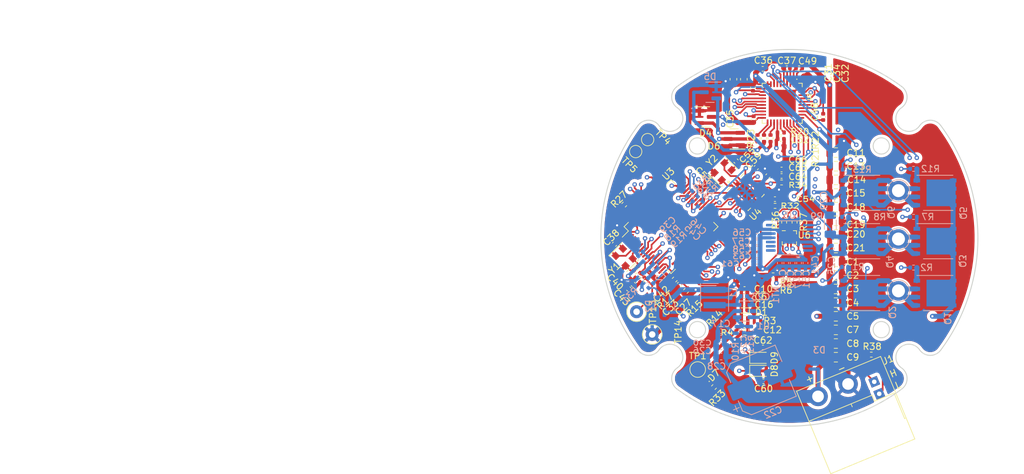
<source format=kicad_pcb>
(kicad_pcb (version 20211014) (generator pcbnew)
  (layers (0 "F.Cu" signal "Front") (1 "In1.Cu" mixed) (2 "In2.Cu" mixed) (31 "B.Cu" signal "Back") (34 "B.Paste" user) (35 "F.Paste" user) (36 "B.SilkS" user "B.Silkscreen") (37 "F.SilkS" user "F.Silkscreen") (38 "B.Mask" user) (39 "F.Mask" user) (44 "Edge.Cuts" user))
  (net 0 "")
  (net 1 "GND")
  (net 2 "+3V3")
  (net 3 "Net-(C12-Pad2)")
  (net 4 "Net-(C23-Pad1)")
  (net 5 "Net-(C23-Pad2)")
  (net 6 "Net-(C24-Pad1)")
  (net 7 "TEMP_BOARD")
  (net 8 "Net-(C48-Pad1)")
  (net 9 "IBP")
  (net 10 "Net-(C49-Pad2)")
  (net 11 "ICP")
  (net 12 "Net-(C54-Pad2)")
  (net 13 "MCU_OSC_IN")
  (net 14 "NRST")
  (net 15 "VCP")
  (net 16 "MCU_OSC_OUT")
  (net 17 "VREF_S")
  (net 18 "VREF_D")
  (net 19 "Net-(C49-Pad1)")
  (net 20 "Net-(C59-Pad1)")
  (net 21 "Net-(R20-Pad1)")
  (net 22 "TCAN_OSC_IN")
  (net 23 "Net-(R22-Pad2)")
  (net 24 "TCAN_OSC_OUT")
  (net 25 "CAN_L")
  (net 26 "CAN_H")
  (net 27 "VCCOUT")
  (net 28 "TEMP_MOTOR")
  (net 29 "VSEN_BUS")
  (net 30 "ISENSE_A")
  (net 31 "ISENSE_B")
  (net 32 "ISENSE_C")
  (net 33 "Net-(D7-Pad1)")
  (net 34 "A")
  (net 35 "Net-(Q1-Pad4)")
  (net 36 "Net-(Q2-Pad4)")
  (net 37 "B")
  (net 38 "Net-(Q3-Pad4)")
  (net 39 "Net-(Q4-Pad4)")
  (net 40 "C")
  (net 41 "Net-(Q5-Pad4)")
  (net 42 "Net-(Q6-Pad4)")
  (net 43 "Net-(R23-Pad2)")
  (net 44 "Net-(R21-Pad2)")
  (net 45 "Net-(R27-Pad1)")
  (net 48 "DRV_SDO")
  (net 49 "Net-(R28-Pad1)")
  (net 50 "PWM_A")
  (net 51 "Net-(R29-Pad1)")
  (net 52 "PWM_B")
  (net 53 "Net-(R30-Pad1)")
  (net 54 "PWM_C")
  (net 55 "Net-(R31-Pad1)")
  (net 56 "TCAN_WAKE")
  (net 57 "ACC_SDA")
  (net 58 "ACC_SCL")
  (net 59 "TCAN_SDO")
  (net 60 "SWDIO")
  (net 61 "SWCLK")
  (net 62 "VGH_A")
  (net 63 "VGL_B")
  (net 64 "GNDA")
  (net 65 "VGH_C")
  (net 66 "VGL_A")
  (net 67 "VGH_B")
  (net 68 "VGL_C")
  (net 69 "DRV_SDI")
  (net 70 "DRV_SCK")
  (net 71 "DRV_SCS")
  (net 72 "DRV_EN")
  (net 82 "ACC_INT1")
  (net 83 "ACC_INT2")
  (net 84 "TCAN_SDI")
  (net 85 "TCAN_SCK")
  (net 86 "TCAN_SCS")
  (net 87 "TCAN_RST")
  (net 88 "TCAN_INT")
  (net 89 "TCAN_WKRQ")
  (net 92 "ECD_SCS")
  (net 95 "ECD_SCK")
  (net 96 "ECD_MISO")
  (net 97 "ECD_MOSI")
  (net 113 "+24V")
  (footprint "Capacitor_SMD:C_0402_1005Metric" (layer "F.Cu") (at 73.8 50.485)
    (fp_text reference "C64")
    (fp_text value "100nF, 10%, 50V")
  )
  (footprint "Capacitor_SMD:C_0402_1005Metric" (layer "F.Cu") (at 69.4 36.885 90)
    (fp_text reference "C32")
    (fp_text value "1nF, 10%, 50V")
  )
  (footprint "Capacitor_SMD:C_0402_1005Metric" (layer "F.Cu") (at 70.9375 76.885 180)
    (fp_text reference "C62")
    (fp_text value "100pF, 10%, 10V")
  )
  (footprint "Capacitor_SMD:C_0402_1005Metric" (layer "F.Cu") (at 80.2 41.385 90)
    (fp_text reference "C48")
    (fp_text value "1uF, 10%, 10V")
  )
  (footprint "Rolling_Custom:XT30PW(2+2)" (layer "F.Cu") (at 83.334419 82.796087 22.5)
    (fp_text reference "J1")
    (fp_text value "XT30PW(2+2)")
  )
  (footprint "Capacitor_SMD:C_0402_1005Metric" (layer "F.Cu") (at 68.1 70.085)
    (fp_text reference "C16")
    (fp_text value "100nF, 10%, 50V")
  )
  (footprint "Diode_SMD:D_SOD-323" (layer "F.Cu") (at 70.4 78.485)
    (fp_text reference "D9")
    (fp_text value "12V")
  )
  (footprint "Capacitor_SMD:C_0402_1005Metric" (layer "F.Cu") (at 50.3 67.885 135)
    (fp_text reference "C43")
    (fp_text value "100nF, 10%, 10V")
  )
  (footprint "Resistor_SMD:R_0402_1005Metric" (layer "F.Cu") (at 74.5 65.785 180)
    (fp_text reference "R5")
    (fp_text value "150k, 5%")
  )
  (footprint "Capacitor_SMD:C_0402_1005Metric" (layer "F.Cu") (at 71.0225 82.085 180)
    (fp_text reference "C60")
    (fp_text value "100pF, 10%, 10V")
  )
  (footprint "Resistor_SMD:R_0402_1005Metric" (layer "F.Cu") (at 72.5 65.785 180)
    (fp_text reference "R6")
    (fp_text value "10k, 5%")
  )
  (footprint "Capacitor_SMD:C_0402_1005Metric" (layer "F.Cu") (at 74.6 33.885)
    (fp_text reference "C37")
    (fp_text value "1uF, 10%, 50V")
  )
  (footprint "Capacitor_SMD:C_0402_1005Metric" (layer "F.Cu") (at 51.4 64.685 45)
    (fp_text reference "C42")
    (fp_text value "10pF, 10%, 10V")
  )
  (footprint "Package_TO_SOT_SMD:SOT-23" (layer "F.Cu") (at 66.5 44.785 180)
    (fp_text reference "D6")
    (fp_text value "BAV99")
  )
  (footprint "Capacitor_SMD:C_0805_2012Metric" (layer "F.Cu") (at 82.15 69.985)
    (fp_text reference "C4")
    (fp_text value "10uF, 20%, 50V")
  )
  (footprint "Capacitor_SMD:C_0402_1005Metric" (layer "F.Cu") (at 52.4 66.485 45)
    (fp_text reference "C33")
    (fp_text value "100nF, 10%, 10V")
  )
  (footprint "Capacitor_SMD:C_0805_2012Metric" (layer "F.Cu") (at 82.15 67.885)
    (fp_text reference "C3")
    (fp_text value "10uF, 20%, 50V")
  )
  (footprint "Resistor_SMD:R_0402_1005Metric" (layer "F.Cu") (at 59.1 68.185 45)
    (fp_text reference "R14")
    (fp_text value "10k, 5%")
  )
  (footprint "Capacitor_SMD:C_0805_2012Metric" (layer "F.Cu") (at 82.15 63.685)
    (fp_text reference "C1")
    (fp_text value "10uF, 20%, 50V")
  )
  (footprint "Capacitor_SMD:C_0805_2012Metric" (layer "F.Cu") (at 82.15 72.085)
    (fp_text reference "C5")
    (fp_text value "10uF, 20%, 50V")
  )
  (footprint "Capacitor_SMD:C_0805_2012Metric" (layer "F.Cu") (at 82.15 55.282779)
    (fp_text reference "C18")
    (fp_text value "10uF, 20%, 50V")
  )
  (footprint "Resistor_SMD:R_0402_1005Metric" (layer "F.Cu") (at 74.2 57.6 -90)
    (fp_text reference "R36")
    (fp_text value "2.2k, 5%")
  )
  (footprint "Capacitor_SMD:C_0402_1005Metric" (layer "F.Cu") (at 71.7 50.485 45)
    (fp_text reference "C66")
    (fp_text value "10uF, 10%, 50V")
  )
  (footprint "Rolling_Custom:WQFN40" (layer "F.Cu") (at 73.9 39.285 -90)
    (fp_text reference "U2")
    (fp_text value "DRV8323SRTAT")
  )
  (footprint "TestPoint:TestPoint_Pad_D2.0mm" (layer "F.Cu") (at 60.9 80.285)
    (fp_text reference "TP1")
    (fp_text value "3V3")
  )
  (footprint "Capacitor_SMD:C_0805_2012Metric" (layer "F.Cu") (at 82.15 53.182779)
    (fp_text reference "C15")
    (fp_text value "10uF, 20%, 50V")
  )
  (footprint "Capacitor_SMD:C_0805_2012Metric" (layer "F.Cu") (at 82.15 76.285)
    (fp_text reference "C8")
    (fp_text value "10uF, 20%, 50V")
  )
  (footprint "LED_SMD:LED_0402_1005Metric" (layer "F.Cu") (at 61.9 82.885 -135)
    (fp_text reference "D7")
    (fp_text value "Blue")
  )
  (footprint "Capacitor_SMD:C_0402_1005Metric" (layer "F.Cu") (at 51 67.185 135)
    (fp_text reference "C40")
    (fp_text value "10uF, 10%, 10V")
  )
  (footprint "Resistor_SMD:R_0402_1005Metric" (layer "F.Cu") (at 68.1 74.585 180)
    (fp_text reference "R4")
    (fp_text value "47k, 1%")
  )
  (footprint "Resistor_SMD:R_0402_1005Metric" (layer "F.Cu") (at 51.7 65.785 45)
    (fp_text reference "R17")
    (fp_text value "10k, 5%")
  )
  (footprint "TestPoint:TestPoint_Loop_D1.80mm_Drill1.0mm_Beaded" (layer "F.Cu") (at 53.9 74.885 -90)
    (fp_text reference "TP14")
    (fp_text value "NTC-")
  )
  (footprint "Capacitor_SMD:C_0402_1005Metric" (layer "F.Cu") (at 72.78 54.0475)
    (fp_text reference "C54")
    (fp_text value "10nF, 10%, 50V")
  )
  (footprint "Capacitor_SMD:C_0402_1005Metric" (layer "F.Cu") (at 73.8 49.485)
    (fp_text reference "C65")
    (fp_text value "10uF, 10%, 50V")
  )
  (footprint "Capacitor_SMD:C_0402_1005Metric" (layer "F.Cu") (at 63.4 51.885 -45)
    (fp_text reference "C53")
    (fp_text value "10pF, 10%, 50V")
  )
  (footprint "Resistor_SMD:R_0402_1005Metric" (layer "F.Cu") (at 75.8 57.6 -90)
    (fp_text reference "R37")
    (fp_text value "2.2k, 5%")
  )
  (footprint "Capacitor_SMD:C_0402_1005Metric" (layer "F.Cu") (at 69.5 41.765 -90)
    (fp_text reference "C35")
    (fp_text value "1nF, 10%, 50V")
  )
  (footprint "Capacitor_SMD:C_0402_1005Metric" (layer "F.Cu") (at 69.9 49.185 45)
    (fp_text reference "C59")
    (fp_text value "300nF, 10%, 50V")
  )
  (footprint "Resistor_SMD:R_0402_1005Metric" (layer "F.Cu") (at 73.68 43.785 180)
    (fp_text reference "R20")
    (fp_text value "10k, 5%")
  )
  (footprint "Package_TO_SOT_SMD:SOT-23" (layer "F.Cu") (at 62.1 41.385)
    (fp_text reference "D4")
    (fp_text value "BAV99")
  )
  (footprint "Capacitor_SMD:C_0805_2012Metric" (layer "F.Cu") (at 82.15 65.785)
    (fp_text reference "C2")
    (fp_text value "10uF, 20%, 50V")
  )
  (footprint "TestPoint:TestPoint_Loop_D1.80mm_Drill1.0mm_Beaded" (layer "F.Cu") (at 51.5 71.385 -90)
    (fp_text reference "TP13")
    (fp_text value "NTC+")
  )
  (footprint "Resistor_SMD:R_0402_1005Metric" (layer "F.Cu") (at 63.4 82.985 45)
    (fp_text reference "R33")
    (fp_text value "10k, 5%")
  )
  (footprint "Rolling_Custom:VQFN20" (layer "F.Cu") (at 68.3 52.985 45)
    (fp_text reference "U4")
    (fp_text value "TCAN4550RGYRQ1")
  )
  (footprint "Capacitor_SMD:C_0402_1005Metric" (layer "F.Cu") (at 68.1 73.485)
    (fp_text reference "C12")
    (fp_text value "15pF, 5%, 50V")
  )
  (footprint "Resistor_SMD:R_0402_1005Metric" (layer "F.Cu") (at 72.8 55.085)
    (fp_text reference "R32")
    (fp_text value "33k")
  )
  (footprint "Resistor_SMD:R_0402_1005Metric" (layer "F.Cu") (at 68.1 72.385)
    (fp_text reference "R3")
    (fp_text value "150k, 5%")
  )
  (footprint "Capacitor_SMD:C_0603_1608Metric" (layer "F.Cu") (at 66.4 35.585 -90)
    (fp_text reference "C31")
    (fp_text value "4.7uF, 20%, 50V")
  )
  (footprint "Capacitor_SMD:C_0402_1005Metric" (layer "F.Cu") (at 76.5 33.885)
    (fp_text reference "C49")
    (fp_text value "47nF, 10%, 50V")
  )
  (footprint "Capacitor_SMD:C_0402_1005Metric" (layer "F.Cu") (at 48.1 60.985 -135)
    (fp_text reference "C38")
    (fp_text value "10pF, 10%, 10V")
  )
  (footprint "Capacitor_SMD:C_0402_1005Metric" (layer "F.Cu") (at 73.68 44.785)
    (fp_text reference "C52")
    (fp_text value "100nF, 10%, 10V")
  )
  (footprint "Resistor_SMD:R_0402_1005Metric" (layer "F.Cu") (at 49.6 54.885 -135)
    (fp_text reference "R27")
    (fp_text value "10k, 5%")
  )
  (footprint "TestPoint:TestPoint_Pad_D1.5mm" (layer "F.Cu") (at 51.361523 46.723477 135)
    (fp_text reference "TP5")
    (fp_text value "SWCLK")
  )
  (footprint "Resistor_SMD:R_0402_1005Metric" (layer "F.Cu") (at 87.6 77.985)
    (fp_text reference "R38")
    (fp_text value "120R")
  )
  (footprint "Resistor_SMD:R_0402_1005Metric" (layer "F.Cu") (at 57.360589 66.424411 -135)
    (fp_text reference "R15")
    (fp_text value "10k, 5%")
  )
  (footprint "Capacitor_SMD:C_0402_1005Metric" (layer "F.Cu") (at 68.1 68.985)
    (fp_text reference "C6")
    (fp_text value "10uF, 10%, 50V")
  )
  (footprint "Package_LGA:LGA-12_2x2mm_P0.5mm" (layer "F.Cu") (at 75 60)
    (fp_text reference "U6")
    (fp_text value "QMA7981")
  )
  (footprint "Capacitor_SMD:C_0402_1005Metric" (layer "F.Cu") (at 58.1 67.185 45)
    (fp_text reference "C27")
    (fp_text value "100nF, 10%, 10V")
  )
  (footprint "Resistor_SMD:R_0402_1005Metric" (layer "F.Cu") (at 71.1 44.685 90)
    (fp_text reference "R22")
    (fp_text value "100R, 5%")
  )
  (footprint "Package_QFP:LQFP-64_10x10mm_P0.5mm" (layer "F.Cu") (at 56.8 58.285 45)
    (fp_text reference "U3")
    (fp_text value "GD32F303RETx")
  )
  (footprint "Diode_SMD:D_SOD-323" (layer "F.Cu") (at 70.4 80.485)
    (fp_text reference "D8")
    (fp_text value "12V")
  )
  (footprint "Capacitor_SMD:C_0402_1005Metric" (layer "F.Cu") (at 68.1 67.885)
    (fp_text reference "C10")
    (fp_text value "10uF, 10%, 50V")
  )
  (footprint "Capacitor_SMD:C_0805_2012Metric" (layer "F.Cu") (at 82.15 61.582779)
    (fp_text reference "C21")
    (fp_text value "10uF, 20%, 50V")
  )
  (footprint "Resistor_SMD:R_0402_1005Metric" (layer "F.Cu") (at 70.1 44.685 90)
    (fp_text reference "R23")
    (fp_text value "100R, 5%")
  )
  (footprint "Resistor_SMD:R_0402_1005Metric" (layer "F.Cu") (at 73.8 51.485)
    (fp_text reference "R34")
    (fp_text value "3k")
  )
  (footprint "Capacitor_SMD:C_0402_1005Metric" (layer "F.Cu") (at 66.8 48.185 135)
    (fp_text reference "C55")
    (fp_text value "10pF, 10%, 50V")
  )
  (footprint "Capacitor_SMD:C_0805_2012Metric" (layer "F.Cu") (at 82.15 57.382779)
    (fp_text reference "C19")
    (fp_text value "10uF, 20%, 50V")
  )
  (footprint "Oscillator:Oscillator_SMD_EuroQuartz_XO32-4Pin_3.2x2.5mm" (layer "F.Cu") (at 49.6 62.985 45)
    (fp_text reference "Y1")
    (fp_text value "8M")
  )
  (footprint "Capacitor_SMD:C_0805_2012Metric" (layer "F.Cu") (at 82.15 78.385)
    (fp_text reference "C9")
    (fp_text value "10uF, 20%, 50V")
  )
  (footprint "Resistor_SMD:R_0402_1005Metric" (layer "F.Cu") (at 72.1 44.685 90)
    (fp_text reference "R21")
    (fp_text value "100R, 5%")
  )
  (footprint "Capacitor_SMD:C_0402_1005Metric" (layer "F.Cu") (at 70.9 33.985 180)
    (fp_text reference "C36")
    (fp_text value "100nF, 10%, 50V")
  )
  (footprint "Capacitor_SMD:C_0805_2012Metric" (layer "F.Cu") (at 82.15 59.482779)
    (fp_text reference "C20")
    (fp_text value "10uF, 20%, 50V")
  )
  (footprint "TestPoint:TestPoint_Pad_D1.5mm" (layer "F.Cu") (at 53.2 44.885 135)
    (fp_text reference "TP4")
    (fp_text value "SWDIO")
  )
  (footprint "Capacitor_SMD:C_0805_2012Metric" (layer "F.Cu") (at 82.15 51.082779)
    (fp_text reference "C14")
    (fp_text value "10uF, 20%, 50V")
  )
  (footprint "Capacitor_SMD:C_0805_2012Metric" (layer "F.Cu") (at 82.15 74.185)
    (fp_text reference "C7")
    (fp_text value "10uF, 20%, 50V")
  )
  (footprint "Capacitor_SMD:C_0603_1608Metric" (layer "F.Cu") (at 68 35.585 -90)
    (fp_text reference "C34")
    (fp_text value "4.7uF, 20%, 50V")
  )
  (footprint "Oscillator:Oscillator_SMD_EuroQuartz_XO32-4Pin_3.2x2.5mm" (layer "F.Cu") (at 64.8 49.785 135)
    (fp_text reference "Y2")
    (fp_text value "40M")
  )
  (footprint "Diode_SMD:D_SOD-923" (layer "F.Cu") (at 68.0575 71.185 180)
    (fp_text reference "D1")
    (fp_text value "5V")
  )
  (footprint "Capacitor_SMD:C_0805_2012Metric" (layer "F.Cu") (at 82.15 46.882779)
    (fp_text reference "C11")
    (fp_text value "10uF, 20%, 50V")
  )
  (footprint "Capacitor_SMD:C_0805_2012Metric" (layer "F.Cu") (at 82.15 48.982779)
    (fp_text reference "C13")
    (fp_text value "10uF, 20%, 50V")
  )
  (footprint "Capacitor_SMD:C_0603_1608Metric" (layer "B.Cu") (at 64.5 76.685)
    (fp_text reference "C26")
    (fp_text value "4.7uF, 20%, 50V")
  )
  (footprint "Capacitor_SMD:C_0402_1005Metric" (layer "B.Cu") (at 52.1 62.485 -135)
    (fp_text reference "C39")
    (fp_text value "100nF, 10%, 10V")
  )
  (footprint "TestPoint:TestPoint_Plated_Hole_D2.0mm" (layer "B.Cu") (at 91.779048 52.74125 90)
    (fp_text reference "TP10" hide)
    (fp_text value "C")
  )
  (footprint "Capacitor_SMD:C_0402_1005Metric" (layer "B.Cu") (at 68 68.985 180)
    (fp_text reference "C23")
    (fp_text value "100nF, 10%, 50V")
  )
  (footprint "Resistor_SMD:R_0402_1005Metric" (layer "B.Cu") (at 52.9 66.585 45)
    (fp_text reference "L2")
    (fp_text value "20R")
  )
  (footprint "Capacitor_SMD:C_0402_1005Metric" (layer "B.Cu") (at 81.6 54.285 -90)
    (fp_text reference "C29")
    (fp_text value "1uF, 10%, 50V")
  )
  (footprint "NetTie:NetTie-2_SMD_Pad0.5mm" (layer "B.Cu") (at 70.7 67.385 -90)
    (fp_text reference "NT1")
    (fp_text value "NetTie")
  )
  (footprint "Inductor_SMD:L_Coilcraft_XxL4040" (layer "B.Cu") (at 63.5 69.185 90)
    (fp_text reference "L1")
    (fp_text value "10uH")
  )
  (footprint "Rolling_Custom:DFN2x2-3L" (layer "B.Cu") (at 78.8 79.41 180)
    (fp_text reference "D3")
    (fp_text value "ESD56161D30")
  )
  (footprint "Capacitor_SMD:C_0402_1005Metric" (layer "B.Cu") (at 81.5 61.685 90)
    (fp_text reference "C25")
    (fp_text value "1uF, 10%, 50V")
  )
  (footprint "Resistor_SMD:R_0402_1005Metric" (layer "B.Cu") (at 66.9 74.185 90)
    (fp_text reference "R10")
    (fp_text value "100k, 5%")
  )
  (footprint "Resistor_SMD:R_0402_1005Metric" (layer "B.Cu") (at 52.9 63.285 45)
    (fp_text reference "R18")
    (fp_text value "10k, 5%")
  )
  (footprint "TestPoint:TestPoint_Plated_Hole_D2.0mm" (layer "B.Cu") (at 91.779048 68.17125 90)
    (fp_text reference "TP7" hide)
    (fp_text value "A")
  )
  (footprint "Package_SO:TSSOP-14_4.4x5mm_P0.65mm" (layer "B.Cu") (at 75 60 180)
    (fp_text reference "U5")
    (fp_text value "AS5047P-ATSM")
  )
  (footprint "Resistor_SMD:R_0402_1005Metric" (layer "B.Cu") (at 94.1 56.785)
    (fp_text reference "R7")
    (fp_text value "0")
  )
  (footprint "Capacitor_SMD:C_0402_1005Metric" (layer "B.Cu") (at 68 74.165 -90)
    (fp_text reference "C24")
    (fp_text value "100nF, 10%, 50V")
  )
  (footprint "Resistor_SMD:R_0402_1005Metric" (layer "B.Cu") (at 83.6 64.485)
    (fp_text reference "R1")
    (fp_text value "0")
  )
  (footprint "Resistor_SMD:R_0402_1005Metric" (layer "B.Cu") (at 83.6 56.785)
    (fp_text reference "R8")
    (fp_text value "0")
  )
  (footprint "Capacitor_SMD:C_0402_1005Metric" (layer "B.Cu") (at 73.520101 63.885 -90)
    (fp_text reference "C44")
    (fp_text value "100nF, 10%, 10V")
  )
  (footprint "Capacitor_SMD:C_0402_1005Metric" (layer "B.Cu") (at 64.5 74.385 180)
    (fp_text reference "C17")
    (fp_text value "1uF, 10%, 50V")
  )
  (footprint "Resistor_SMD:R_0402_1005Metric" (layer "B.Cu") (at 69.1 74.185 90)
    (fp_text reference "R11")
    (fp_text value "100k, 5%")
  )
  (footprint "Capacitor_SMD:C_0402_1005Metric" (layer "B.Cu") (at 70 63.685 180)
    (fp_text reference "C61")
    (fp_text value "100nF, 10%, 10V")
  )
  (footprint "Rolling_Custom:PDFN5X6-8L" (layer "B.Cu") (at 97.459048 60.354)
    (fp_text reference "Q3")
    (fp_text value "WNM6006")
  )
  (footprint "Resistor_SMD:R_0402_1005Metric" (layer "B.Cu") (at 94.1 49.385)
    (fp_text reference "R12")
    (fp_text value "0")
  )
  (footprint "TestPoint:TestPoint_Plated_Hole_D2.0mm" (layer "B.Cu") (at 91.779048 60.185 90)
    (fp_text reference "TP8" hide)
    (fp_text value "B")
  )
  (footprint "Capacitor_SMD:C_0402_1005Metric" (layer "B.Cu") (at 70 62.685 180)
    (fp_text reference "C63")
    (fp_text value "1uF, 10%, 10V")
  )
  (footprint "Capacitor_SMD:C_0402_1005Metric" (layer "B.Cu") (at 70 61.67 180)
    (fp_text reference "C58")
    (fp_text value "100nnF, 10%, 10V")
  )
  (footprint "Capacitor_SMD:C_0402_1005Metric" (layer "B.Cu") (at 70 60.685 180)
    (fp_text reference "C57")
    (fp_text value "2.2uF, 10%, 10V")
  )
  (footprint "Resistor_SMD:R_0402_1005Metric" (layer "B.Cu") (at 60.5 53.985 45)
    (fp_text reference "R29")
    (fp_text value "0R, 5%")
  )
  (footprint "Capacitor_SMD:C_0402_1005Metric" (layer "B.Cu") (at 77.479899 63.885 -90)
    (fp_text reference "C41")
    (fp_text value "100nF, 10%, 10V")
  )
  (footprint "Rolling_Custom:PDFN5X6-8L" (layer "B.Cu") (at 86.219048 68.34025)
    (fp_text reference "Q2")
    (fp_text value "WNM6006")
  )
  (footprint "Capacitor_SMD:C_0402_1005Metric" (layer "B.Cu") (at 54.4 64.385 -45)
    (fp_text reference "C46")
    (fp_text value "100nF, 10%, 10V")
  )
  (footprint "Rolling_Custom:PDFN5X6-8L" (layer "B.Cu") (at 86.219048 52.91025)
    (fp_text reference "Q6")
    (fp_text value "WNM6006")
  )
  (footprint "Resistor_SMD:R_1206_3216Metric" (layer "B.Cu") (at 81.3 57.985 90)
    (fp_text reference "R9")
    (fp_text value "0.001R")
  )
  (footprint "Package_TO_SOT_SMD:SOT-23-6" (layer "B.Cu") (at 68.1 71.285 180)
    (fp_text reference "U1")
    (fp_text value "WD1601E")
  )
  (footprint "Capacitor_SMD:C_0402_1005Metric" (layer "B.Cu") (at 76.48995 63.885 -90)
    (fp_text reference "C51")
    (fp_text value "100nF, 10%, 10V")
  )
  (footprint "Capacitor_SMD:C_0402_1005Metric" (layer "B.Cu") (at 70 59.685 180)
    (fp_text reference "C56")
    (fp_text value "10nF, 10%, 10V")
  )
  (footprint "Capacitor_SMD:C_0402_1005Metric" (layer "B.Cu") (at 75.5 63.885 -90)
    (fp_text reference "C47")
    (fp_text value "4.7uF, 10%, 10V")
  )
  (footprint "Resistor_SMD:R_0402_1005Metric" (layer "B.Cu") (at 52.1 65.785 45)
    (fp_text reference "R19")
    (fp_text value "0")
  )
  (footprint "Rolling_Custom:PDFN5X6-8L" (layer "B.Cu") (at 97.459048 52.91025)
    (fp_text reference "Q5")
    (fp_text value "WNM6006")
  )
  (footprint "Rolling_Custom:PDFN5X6-8L" (layer "B.Cu") (at 86.219048 60.354)
    (fp_text reference "Q4")
    (fp_text value "WNM6006")
  )
  (footprint "Rolling_Custom:PDFN5X6-8L" (layer "B.Cu") (at 97.459048 68.34025)
    (fp_text reference "Q1")
    (fp_text value "WNM6006")
  )
  (footprint "Package_TO_SOT_SMD:SOT-23" (layer "B.Cu") (at 55.8 70.5225 -90)
    (fp_text reference "D2")
    (fp_text value "BAV99")
  )
  (footprint "Resistor_SMD:R_0402_1005Metric" (layer "B.Cu") (at 59.7 53.185 45)
    (fp_text reference "R30")
    (fp_text value "0R, 5%")
  )
  (footprint "Resistor_SMD:R_0402_1005Metric" (layer "B.Cu") (at 83.7 49.485)
    (fp_text reference "R13")
    (fp_text value "0")
  )
  (footprint "Resistor_SMD:R_0402_1005Metric" (layer "B.Cu") (at 61.3 54.785 45)
    (fp_text reference "R28")
    (fp_text value "0R, 5%")
  )
  (footprint "Capacitor_SMD:C_0402_1005Metric" (layer "B.Cu") (at 53.7 65.085 -45)
    (fp_text reference "C45")
    (fp_text value "10uF, 10%, 10V")
  )
  (footprint "Resistor_SMD:R_0402_1005Metric" (layer "B.Cu") (at 53.7 67.37 -135)
    (fp_text reference "R31")
    (fp_text value "100R, 5%")
  )
  (footprint "Capacitor_SMD:CP_Elec_8x6.2" (layer "B.Cu") (at 70.5 82.085 22.5)
    (fp_text reference "C22")
    (fp_text value "47uF, 10% 50V")
  )
  (footprint "Capacitor_SMD:C_0402_1005Metric" (layer "B.Cu") (at 74.510051 63.885 -90)
    (fp_text reference "C50")
    (fp_text value "1uF, 10%, 10V")
  )
  (footprint "Capacitor_SMD:C_0402_1005Metric" (layer "B.Cu") (at 64.5 75.385)
    (fp_text reference "C30")
    (fp_text value "100nF, 10%, 50V")
  )
  (footprint "Capacitor_SMD:C_0603_1608Metric" (layer "B.Cu") (at 64.5 78.285)
    (fp_text reference "C28")
    (fp_text value "4.7uF, 20%, 50V")
  )
  (footprint "Package_TO_SOT_SMD:SOT-23" (layer "B.Cu") (at 62.8 37.585 180)
    (fp_text reference "D5")
    (fp_text value "BAV99")
  )
  (footprint "Resistor_SMD:R_0402_1005Metric" (layer "B.Cu") (at 94.1 64.585)
    (fp_text reference "R2")
    (fp_text value "0")
  )
  (gr_arc locked (start 95.028002 42.755315) (mid 91.970461 43.029538) (end 92.244684 39.971997) (layer "Edge.Cuts") (width 0.15))
  (gr_circle locked (center 60.857863 74.142136) (end 62.107864 74.142136) (layer "Edge.Cuts") (width 0.15) (fill none))
  (gr_arc locked (start 54.971998 77.244684) (mid 58.029539 76.970461) (end 57.755316 80.028002) (layer "Edge.Cuts") (width 0.15))
  (gr_circle locked (center 60.857864 45.857864) (end 62.107864 45.857864) (layer "Edge.Cuts") (width 0.15) (fill none))
  (gr_arc locked (start 57.755316 39.971998) (mid 58.029539 43.029539) (end 54.971998 42.755316) (layer "Edge.Cuts") (width 0.15))
  (gr_circle locked (center 89.142136 74.142136) (end 90.392137 74.142136) (layer "Edge.Cuts") (width 0.15) (fill none))
  (gr_arc locked (start 51.723496 77.297525) (mid 46.002886 60) (end 51.723495 42.702475) (layer "Edge.Cuts") (width 0.15))
  (gr_arc locked (start 92.244684 80.028001) (mid 91.970462 76.970461) (end 95.028002 77.244684) (layer "Edge.Cuts") (width 0.15))
  (gr_arc locked (start 54.971998 77.244684) (mid 53.361296 78.104065) (end 51.723496 77.297525) (layer "Edge.Cuts") (width 0.15))
  (gr_arc locked (start 92.297525 36.723496) (mid 93.104064 38.361295) (end 92.244684 39.971997) (layer "Edge.Cuts") (width 0.15))
  (gr_arc locked (start 92.244684 80.028001) (mid 93.104066 81.638703) (end 92.297526 83.276504) (layer "Edge.Cuts") (width 0.15))
  (gr_arc locked (start 98.276504 77.297525) (mid 96.638704 78.104065) (end 95.028002 77.244684) (layer "Edge.Cuts") (width 0.15))
  (gr_arc locked (start 95.028002 42.755315) (mid 96.638704 41.895934) (end 98.276504 42.702475) (layer "Edge.Cuts") (width 0.15))
  (gr_arc locked (start 98.276504 42.702475) (mid 103.997113 60) (end 98.276504 77.297525) (layer "Edge.Cuts") (width 0.15))
  (gr_arc locked (start 57.702475 83.276504) (mid 56.895935 81.638704) (end 57.755316 80.028002) (layer "Edge.Cuts") (width 0.15))
  (gr_arc locked (start 51.723495 42.702475) (mid 53.361295 41.895936) (end 54.971998 42.755316) (layer "Edge.Cuts") (width 0.15))
  (gr_arc locked (start 92.297526 83.276504) (mid 75.000001 88.997113) (end 57.702475 83.276504) (layer "Edge.Cuts") (width 0.15))
  (gr_arc locked (start 57.702474 36.723496) (mid 75 31.002886) (end 92.297525 36.723496) (layer "Edge.Cuts") (width 0.15))
  (gr_circle locked (center 89.142136 45.857864) (end 90.392136 45.857864) (layer "Edge.Cuts") (width 0.15) (fill none))
  (gr_arc locked (start 57.755316 39.971998) (mid 56.895935 38.361297) (end 57.702474 36.723496) (layer "Edge.Cuts") (width 0.15))
  (segment (start 69.6 65.785) (end 71.99 65.785) (width 0.762) (layer "F.Cu") (net 1))
  (segment (start 74.28 49.065) (end 74.28 49.485) (width 0.508) (layer "F.Cu") (net 1))
  (segment (start 74.2 45.985) (end 74.2 44.825) (width 0.508) (layer "F.Cu") (net 1))
  (segment (start 70.35061 52.702157) (end 70.067767 52.985) (width 0.254) (layer "F.Cu") (net 1))
  (segment (start 71.88052 52.26552) (end 72.3 52.685) (width 0.254) (layer "F.Cu") (net 1))
  (segment (start 63.110928 59.999734) (end 62.587953 59.476759) (width 0.254) (layer "F.Cu") (net 1))
  (segment (start 50.489072 56.570266) (end 51.012047 57.093241) (width 0.254) (layer "F.Cu") (net 1))
  (segment (start 76.24148 37.04352) (end 76.79204 37.04352) (width 0.254) (layer "F.Cu") (net 1))
  (segment (start 59.15 70.335) (end 57.039411 68.224411) (width 0.762) (layer "F.Cu") (net 1))
  (segment (start 74.2375 60.75) (end 74.003589 60.983911) (width 0.254) (layer "F.Cu") (net 1))
  (segment (start 57.760589 67.96201) (end 57.498188 68.224411) (width 0.762) (layer "F.Cu") (net 1))
  (segment (start 68.4775 71.185) (end 70.573059 71.185) (width 0.508) (layer "F.Cu") (net 1))
  (segment (start 77.265 60.25) (end 79.5 62.485) (width 0.254) (layer "F.Cu") (net 1))
  (segment (start 72 48.585) (end 73.8 48.585) (width 0.508) (layer "F.Cu") (net 1))
  (segment (start 77.885 35.985) (end 79 35.985) (width 0.254) (layer "F.Cu") (net 1))
  (segment (start 48.5 58.085) (end 48.5 55.985) (width 0.508) (layer "F.Cu") (net 1))
  (segment (start 57.760589 67.524411) (end 57.760589 67.96201) (width 0.762) (layer "F.Cu") (net 1))
  (segment (start 67.139411 48.524411) (end 69.918233 48.524411) (width 0.508) (layer "F.Cu") (net 1))
  (segment (start 65.85 45.735) (end 67.4375 45.735) (width 0.508) (layer "F.Cu") (net 1))
  (segment (start 63.060589 50.428395) (end 63.491852 49.997132) (width 0.254) (layer "F.Cu") (net 1))
  (segment (start 72.3 53.685) (end 73.4 52.585) (width 0.508) (layer "F.Cu") (net 1))
  (segment (start 68.4775 67.9875) (end 68.58 67.885) (width 0.508) (layer "F.Cu") (net 1))
  (segment (start 68.58 66.805) (end 69.6 65.785) (width 0.508) (layer "F.Cu") (net 1))
  (segment (start 75.7625 60.25) (end 77.265 60.25) (width 0.254) (layer "F.Cu") (net 1))
  (segment (start 62.587953 59.476759) (end 62.179355 59.476759) (width 0.254) (layer "F.Cu") (net 1))
  (segment (start 75.7625 59.75) (end 75.7625 60.25) (width 0.254) (layer "F.Cu") (net 1))
  (segment (start 65.6 66.085) (end 61.35 70.335) (width 0.762) (layer "F.Cu") (net 1))
  (segment (start 73.8 48.585) (end 74.28 49.065) (width 0.508) (layer "F.Cu") (net 1))
  (segment (start 50.543395 65.024411) (end 49.812132 64.293148) (width 0.254) (layer "F.Cu") (net 1))
  (segment (start 70.239411 48.845589) (end 70.739411 48.845589) (width 0.508) (layer "F.Cu") (net 1))
  (segment (start 71.239411 49.345589) (end 72.039411 50.145589) (width 0.508) (layer "F.Cu") (net 1))
  (segment (start 71.239411 49.345589) (end 72 48.585) (width 0.508) (layer "F.Cu") (net 1))
  (segment (start 51.012047 57.093241) (end 53.395565 57.093241) (width 0.254) (layer "F.Cu") (net 1))
  (segment (start 71.4175 76.885) (end 71.4175 78.4525) (width 0.508) (layer "F.Cu") (net 1))
  (segment (start 72.3 52.685) (end 72.3 54.0475) (width 0.254) (layer "F.Cu") (net 1))
  (segment (start 57.739341 67.524411) (end 56.999965 66.785035) (width 0.762) (layer "F.Cu") (net 1))
  (segment (start 66.108148 49.555674) (end 67.139411 48.524411) (width 0.254) (layer "F.Cu") (net 1))
  (segment (start 68.4775 71.185) (end 68.4775 67.9875) (width 0.508) (layer "F.Cu") (net 1))
  (segment (start 48.5 58.085) (end 48.439411 58.145589) (width 0.508) (layer "F.Cu") (net 1))
  (segment (start 49.2 64.90528) (end 49.2 66.485) (width 0.508) (layer "F.Cu") (net 1))
  (segment (start 50.660589 68.224411) (end 52.060589 66.824411) (width 0.508) (layer "F.Cu") (net 1))
  (segment (start 71.5025 82.171126) (end 71.5025 82.085) (width 0.508) (layer "F.Cu") (net 1))
  (segment (start 61.35 70.335) (end 59.15 70.335) (width 0.762) (layer "F.Cu") (net 1))
  (segment (start 67.628822 45.735) (end 70.739411 48.845589) (width 0.508) (layer "F.Cu") (net 1))
  (segment (start 76.835 37.035) (end 77.885 35.985) (width 0.254) (layer "F.Cu") (net 1))
  (segment (start 62.179355 59.476759) (end 57.9 63.756114) (width 0.254) (layer "F.Cu") (net 1))
  (segment (start 70.898106 82.77552) (end 71.5025 82.171126) (width 0.508) (layer "F.Cu") (net 1))
  (segment (start 70.573059 71.185) (end 71.4175 72.029441) (width 0.508) (layer "F.Cu") (net 1))
  (segment (start 79.1 35.985) (end 80.2 37.085) (width 0.254) (layer "F.Cu") (net 1))
  (segment (start 71.5025 82.085) (end 71.5025 80.5375) (width 0.508) (layer "F.Cu") (net 1))
  (segment (start 53.395565 57.093241) (end 58.514734 51.974072) (width 0.254) (layer "F.Cu") (net 1))
  (segment (start 70.787247 52.26552) (end 71.88052 52.26552) (width 0.254) (layer "F.Cu") (net 1))
  (segment (start 49.812132 64.293148) (end 49.2 64.90528) (width 0.508) (layer "F.Cu") (net 1))
  (segment (start 57.760589 67.524411) (end 57.739341 67.524411) (width 0.762) (layer "F.Cu") (net 1))
  (segment (start 61.1625 39.9225) (end 61.1625 40.435) (width 0.508) (layer "F.Cu") (net 1))
  (segment (start 65.2 35.885) (end 61.1625 39.9225) (width 0.508) (layer "F.Cu") (net 1))
  (segment (start 63.491852 49.997132) (end 62.9 49.40528) (width 0.508) (layer "F.Cu") (net 1))
  (segment (start 63.760624 82.624376) (end 63.911768 82.77552) (width 0.508) (layer "F.Cu") (net 1))
  (segment (start 68.58 67.885) (end 68.58 66.805) (width 0.508) (layer "F.Cu") (net 1))
  (segment (start 71.45 80.485) (end 71.45 78.485) (width 0.508) (layer "F.Cu") (net 1))
  (segment (start 79 35.985) (end 79.1 35.985) (width 0.254) (layer "F.Cu") (net 1))
  (segment (start 63.911768 82.77552) (end 70.898106 82.77552) (width 0.508) (layer "F.Cu") (net 1))
  (segment (start 51.060589 65.024411) (end 50.543395 65.024411) (width 0.254) (layer "F.Cu") (net 1))
  (segment (start 50.489072 56.49532) (end 49.239376 55.245624) (width 0.254) (layer "F.Cu") (net 1))
  (segment (start 70.067767 52.985) (end 68.3 52.985) (width 0.254) (layer "F.Cu") (net 1))
  (segment (start 57.9 63.756114) (end 57.9 63.981194) (width 0.254) (layer "F.Cu") (net 1))
  (segment (start 80.2 37.085) (end 80.2 40.905) (width 0.254) (layer "F.Cu") (net 1))
  (segment (start 71.4175 72.029441) (end 71.4175 76.885) (width 0.508) (layer "F.Cu") (net 1))
  (segment (start 66.108148 49.572868) (end 66.108148 49.555674) (width 0.254) (layer "F.Cu") (net 1))
  (segment (start 53.9 74.885) (end 54.6 74.885) (width 0.508) (layer "F.Cu") (net 1))
  (segment (start 49.387868 61.594046) (end 48.439411 60.645589) (width 0.254) (layer "F.Cu") (net 1))
  (segment (start 54.6 74.885) (end 59.15 70.335) (width 0.508) (layer "F.Cu") (net 1))
  (segment (start 49.723769 68.285311) (end 50.578511 68.285311) (width 0.508) (layer "F.Cu") (net 1))
  (segment (start 61.103806 67.185) (end 64.5 67.185) (width 0.254) (layer "F.Cu") (net 1))
  (segment (start 70.35061 52.702157) (end 70.787247 52.26552) (width 0.254) (layer "F.Cu") (net 1))
  (segment (start 62.9 49.40528) (end 62.9 48.685) (width 0.508) (layer "F.Cu") (net 1))
  (segment (start 62.9 48.685) (end 65.85 45.735) (width 0.508) (layer "F.Cu") (net 1))
  (segment (start 74.28 49.485) (end 74.28 50.485) (width 0.508) (layer "F.Cu") (net 1))
  (segment (start 74.2 48.985) (end 74.28 49.065) (width 0.508) (layer "F.Cu") (net 1))
  (segment (start 74.003589 61.988589) (end 74.796411 62.781411) (width 0.254) (layer "F.Cu") (net 1))
  (segment (start 70.739411 48.845589) (end 71.239411 49.345589) (width 0.508) (layer "F.Cu") (net 1))
  (segment (start 63.060589 51.545589) (end 63.060589 50.428395) (width 0.254) (layer "F.Cu") (net 1))
  (segment (start 69.918233 48.524411) (end 70.239411 48.845589) (width 0.508) (layer "F.Cu") (net 1))
  (segment (start 74.2 45.985) (end 74.2 48.985) (width 0.508) (layer "F.Cu") (net 1))
  (segment (start 74.003589 60.983911) (end 74.003589 61.988589) (width 0.254) (layer "F.Cu") (net 1))
  (segment (start 49.2 67.761542) (end 49.723769 68.285311) (width 0.508) (layer "F.Cu") (net 1))
  (segment (start 48.439411 58.145589) (end 48.439411 60.645589) (width 0.508) (layer "F.Cu") (net 1))
  (segment (start 58.514734 64.595928) (end 61.103806 67.185) (width 0.254) (layer "F.Cu") (net 1))
  (segment (start 48.5 55.985) (end 49.239376 55.245624) (width 0.508) (layer "F.Cu") (net 1))
  (segment (start 67.4375 45.735) (end 67.628822 45.735) (width 0.508) (layer "F.Cu") (net 1))
  (segment (start 72.3 54.0475) (end 72.3 53.685) (width 0.508) (layer "F.Cu") (net 1))
  (segment (start 49.2 66.485) (end 49.2 67.761542) (width 0.508) (layer "F.Cu") (net 1))
  (segment (start 74 39.285) (end 76.24148 37.04352) (width 0.254) (layer "F.Cu") (net 1))
  (segment (start 57.9 63.981194) (end 58.514734 64.595928) (width 0.254) (layer "F.Cu") (net 1))
  (segment (start 74.796411 62.781411) (end 79.203589 62.781411) (width 0.254) (layer "F.Cu") (net 1))
  (segment (start 79.203589 62.781411) (end 79.5 62.485) (width 0.254) (layer "F.Cu") (net 1))
  (via (at 82.5 43.385) (size 0.6858) (drill 0.3302) (layers "F.Cu" "B.Cu") (net 1))
  (via (at 79 35.985) (size 0.6858) (drill 0.3302) (layers "F.Cu" "B.Cu") (net 1))
  (via (at 73.4 52.585) (size 0.6858) (drill 0.3302) (layers "F.Cu" "B.Cu") (net 1))
  (via (at 49.2 66.485) (size 0.6858) (drill 0.3302) (layers "F.Cu" "B.Cu") (net 1))
  (via (at 79.5 62.485) (size 0.6858) (drill 0.3302) (layers "F.Cu" "B.Cu") (net 1))
  (via (at 65.6 66.085) (size 0.6858) (drill 0.3302) (layers "F.Cu" "B.Cu") (net 1))
  (via (at 69.6 65.785) (size 0.6858) (drill 0.3302) (layers "F.Cu" "B.Cu") (net 1))
  (via (at 65.2 35.885) (size 0.6858) (drill 0.3302) (layers "F.Cu" "B.Cu") (net 1))
  (via (at 71.239411 49.345589) (size 0.6858) (drill 0.3302) (layers "F.Cu" "B.Cu") (net 1))
  (via (at 48.5 58.085) (size 0.6858) (drill 0.3302) (layers "F.Cu" "B.Cu") (net 1))
  (segment (start 49.2 66.485) (end 51.9 69.185) (width 0.508) (layer "B.Cu") (net 1))
  (segment (start 51.739376 66.145624) (end 51.4 66.485) (width 0.254) (layer "B.Cu") (net 1))
  (segment (start 67.52 57.685) (end 69.52 59.685) (width 0.508) (layer "B.Cu") (net 1))
  (segment (start 69.254594 53.939594) (end 69.254594 59.419594) (width 0.508) (layer "B.Cu") (net 1))
  (segment (start 73.4 52.585) (end 73.4 51.506178) (width 0.508) (layer "B.Cu") (net 1))
  (segment (start 65.6 66.085) (end 69.9 66.085) (width 0.508) (layer "B.Cu") (net 1))
  (segment (start 79.5 62.485) (end 79.5 61.520443) (width 0.508) (layer "B.Cu") (net 1))
  (segment (start 73.520101 64.365) (end 73.22 64.365) (width 0.508) (layer "B.Cu") (net 1))
  (segment (start 69.52 59.685) (end 69.52 63.685) (width 0.762) (layer "B.Cu") (net 1))
  (segment (start 73.520101 64.365) (end 77.479899 64.365) (width 0.508) (layer "B.Cu") (net 1))
  (segment (start 48.5 58.085) (end 48.9 57.685) (width 0.508) (layer "B.Cu") (net 1))
  (segment (start 77.8625 60.65) (end 74.936022 60.65) (width 0.508) (layer "B.Cu") (net 1))
  (segment (start 51.699689 61.284689) (end 51.699689 62.763511) (width 0.508) (layer "B.Cu") (net 1))
  (segment (start 48.9 57.685) (end 67.52 57.685) (width 0.508) (layer "B.Cu") (net 1))
  (segment (start 79.5 61.520443) (end 78.629557 60.65) (width 0.508) (layer "B.Cu") (net 1))
  (segment (start 73.22 64.365) (end 70.7 66.885) (width 0.508) (layer "B.Cu") (net 1))
  (segment (start 51.9 69.185) (end 54.45 69.185) (width 0.508) (layer "B.Cu") (net 1))
  (segment (start 72.1375 58.7) (end 70.388049 58.7) (width 0.508) (layer "B.Cu") (net 1))
  (segment (start 54.45 69.185) (end 54.85 69.585) (width 0.508) (layer "B.Cu") (net 1))
  (segment (start 51.4 66.485) (end 49.2 66.485) (width 0.254) (layer "B.Cu") (net 1))
  (segment (start 54.85 69.585) (end 53.9 70.535) (width 0.508) (layer "B.Cu") (net 1))
  (segment (start 48.5 58.085) (end 51.699689 61.284689) (width 0.508) (layer "B.Cu") (net 1))
  (segment (start 69.52 63.685) (end 69.52 65.705) (width 0.762) (layer "B.Cu") (net 1))
  (segment (start 72.986022 58.7) (end 72.1375 58.7) (width 0.508) (layer "B.Cu") (net 1))
  (segment (start 73.4 51.506178) (end 71.239411 49.345589) (width 0.508) (layer "B.Cu") (net 1))
  (segment (start 69.52 65.705) (end 69.6 65.785) (width 0.762) (layer "B.Cu") (net 1))
  (segment (start 51.699689 62.763511) (end 51.760589 62.824411) (width 0.508) (layer "B.Cu") (net 1))
  (segment (start 69.6 65.785) (end 70.7 66.885) (width 0.762) (layer "B.Cu") (net 1))
  (segment (start 74.936022 60.65) (end 72.986022 58.7) (width 0.508) (layer "B.Cu") (net 1))
  (segment (start 78.629557 60.65) (end 77.8625 60.65) (width 0.508) (layer "B.Cu") (net 1))
  (segment (start 69.254594 59.419594) (end 69.52 59.685) (width 0.508) (layer "B.Cu") (net 1))
  (segment (start 63.7375 36.635) (end 64.45 36.635) (width 0.508) (layer "B.Cu") (net 1))
  (segment (start 51.760589 62.755772) (end 51.760589 62.824411) (width 0.508) (layer "B.Cu") (net 1))
  (segment (start 64.45 36.635) (end 65.2 35.885) (width 0.508) (layer "B.Cu") (net 1))
  (segment (start 53.9 70.535) (end 53.9 74.885) (width 0.508) (layer "B.Cu") (net 1))
  (segment (start 69.52 59.568049) (end 69.52 59.685) (width 0.508) (layer "B.Cu") (net 1))
  (segment (start 70.388049 58.7) (end 69.52 59.568049) (width 0.508) (layer "B.Cu") (net 1))
  (segment (start 63.25 42.335) (end 61.1625 42.335) (width 0.508) (layer "F.Cu") (net 2))
  (segment (start 73.245961 62.439039) (end 70.9 64.785) (width 0.254) (layer "F.Cu") (net 2))
  (segment (start 64.025723 66.761931) (end 65.337173 65.450481) (width 0.254) (layer "F.Cu") (net 2))
  (segment (start 66.5 67.185) (end 68.9 64.785) (width 0.762) (layer "F.Cu") (net 2))
  (segment (start 51.339376 66.145624) (end 51.339376 66.166802) (width 0.508) (layer "F.Cu") (net 2))
  (segment (start 74.796411 57.224139) (end 74.796411 56.295767) (width 0.254) (layer "F.Cu") (net 2))
  (segment (start 65.337173 65.450481) (end 65.865481 65.450481) (width 0.254) (layer "F.Cu") (net 2))
  (segment (start 73.17 43.785) (end 73.17 44.755) (width 0.508) (layer "F.Cu") (net 2))
  (segment (start 50.6967 59.085) (end 50.135519 59.646181) (width 0.254) (layer "F.Cu") (net 2))
  (segment (start 66.92 67.185) (end 67.62 67.885) (width 0.508) (layer "F.Cu") (net 2))
  (segment (start 59.891831 68.693169) (end 60.585 68) (width 0.762) (layer "F.Cu") (net 2))
  (segment (start 58.886921 68.693169) (end 59.891831 68.693169) (width 0.762) (layer "F.Cu") (net 2))
  (segment (start 64.05 43.135) (end 63.25 42.335) (width 0.508) (layer "F.Cu") (net 2))
  (segment (start 67.62 72.415) (end 67.59 72.385) (width 0.508) (layer "F.Cu") (net 2))
  (segment (start 76.047043 55.588589) (end 76.4 55.941546) (width 0.254) (layer "F.Cu") (net 2))
  (segment (start 76.4 57.51) (end 75.8 58.11) (width 0.254) (layer "F.Cu") (net 2))
  (segment (start 75.7625 59.25) (end 75.7625 58.1475) (width 0.254) (layer "F.Cu") (net 2))
  (segment (start 64.05 43.835) (end 64.05 43.135) (width 0.508) (layer "F.Cu") (net 2))
  (segment (start 73.245961 59.738097) (end 73.245961 62.439039) (width 0.254) (layer "F.Cu") (net 2))
  (segment (start 74.2375 60.25) (end 73.757864 60.25) (width 0.254) (layer "F.Cu") (net 2))
  (segment (start 73.2 44.785) (end 73.1 44.885) (width 0.254) (layer "F.Cu") (net 2))
  (segment (start 63.464481 59.646181) (end 66.5 62.6817) (width 0.254) (layer "F.Cu") (net 2))
  (segment (start 73.245961 56.295585) (end 73.952957 55.588589) (width 0.254) (layer "F.Cu") (net 2))
  (segment (start 76.4 61.3875) (end 75.7625 60.75) (width 0.254) (layer "F.Cu") (net 2))
  (segment (start 61.557053 83.227947) (end 60.9 82.570894) (width 0.508) (layer "F.Cu") (net 2))
  (segment (start 74.2 58.11) (end 74.77352 57.53648) (width 0.254) (layer "F.Cu") (net 2))
  (segment (start 73 44.985) (end 73 46.185) (width 0.508) (layer "F.Cu") (net 2))
  (segment (start 74.77352 57.53648) (end 74.77352 57.24703) (width 0.254) (layer "F.Cu") (net 2))
  (segment (start 67.62 73.485) (end 67.62 67.885) (width 0.508) (layer "F.Cu") (net 2))
  (segment (start 56.9 51.985) (end 57.7967 51.985) (width 0.254) (layer "F.Cu") (net 2))
  (segment (start 73.2 44.785) (end 73 44.985) (width 0.508) (layer "F.Cu") (net 2))
  (segment (start 66.5 67.185) (end 66.92 67.185) (width 0.508) (layer "F.Cu") (net 2))
  (segment (start 58.868287 64.242375) (end 61.387843 66.761931) (width 0.254) (layer "F.Cu") (net 2))
  (segment (start 68.9 64.785) (end 70.9 64.785) (width 0.762) (layer "F.Cu") (net 2))
  (segment (start 74.77352 57.24703) (end 74.796411 57.224139) (width 0.254) (layer "F.Cu") (net 2))
  (segment (start 51.6 59.085) (end 50.6967 59.085) (width 0.254) (layer "F.Cu") (net 2))
  (segment (start 51.339376 66.166802) (end 49.960589 67.545589) (width 0.508) (layer "F.Cu") (net 2))
  (segment (start 73.245961 59.738097) (end 73.245961 56.295585) (width 0.254) (layer "F.Cu") (net 2))
  (segment (start 73.757864 60.25) (end 73.245961 59.738097) (width 0.254) (layer "F.Cu") (net 2))
  (segment (start 50.660589 66.845589) (end 50.660589 66.345589) (width 0.508) (layer "F.Cu") (net 2))
  (segment (start 51.6 59.085) (end 51.6 58.3883) (width 0.254) (layer "F.Cu") (net 2))
  (segment (start 50.660589 66.345589) (end 50.2 65.885) (width 0.508) (layer "F.Cu") (net 2))
  (segment (start 76.4 62.185) (end 76.4 61.3875) (width 0.254) (layer "F.Cu") (net 2))
  (segment (start 60.9 82.570894) (end 60.9 80.285) (width 0.508) (layer "F.Cu") (net 2))
  (segment (start 74.796411 56.295767) (end 75.503589 55.588589) (width 0.254) (layer "F.Cu") (net 2))
  (segment (start 66.5 62.6817) (end 66.5 67.185) (width 0.254) (layer "F.Cu") (net 2))
  (segment (start 57.7967 51.985) (end 58.161181 51.620519) (width 0.254) (layer "F.Cu") (net 2))
  (segment (start 73.15 42.22) (end 73.15 43.765) (width 0.254) (layer "F.Cu") (net 2))
  (segment (start 70.1 50.585) (end 69.63934 50.585) (width 0.254) (layer "F.Cu") (net 2))
  (segment (start 60.9 80.285) (end 60.9 80.205) (width 0.508) (layer "F.Cu") (net 2))
  (segment (start 76.4 55.941546) (end 76.4 57.51) (width 0.254) (layer "F.Cu") (net 2))
  (segment (start 69.63934 50.585) (end 68.936396 51.287944) (width 0.254) (layer "F.Cu") (net 2))
  (segment (start 73.952957 55.588589) (end 76.047043 55.588589) (width 0.254) (layer "F.Cu") (net 2))
  (segment (start 58.739376 68.545624) (end 58.886921 68.693169) (width 0.762) (layer "F.Cu") (net 2))
  (segment (start 60.9 80.205) (end 67.62 73.485) (width 0.508) (layer "F.Cu") (net 2))
  (segment (start 61.387843 66.761931) (end 64.025723 66.761931) (width 0.254) (layer "F.Cu") (net 2))
  (segment (start 67.4375 43.835) (end 64.05 43.835) (width 0.508) (layer "F.Cu") (net 2))
  (segment (start 65.865481 65.450481) (end 66.5 66.085) (width 0.254) (layer "F.Cu") (net 2))
  (segment (start 51.6 58.3883) (end 50.135519 56.923819) (width 0.254) (layer "F.Cu") (net 2))
  (via (at 60.585 68) (size 0.6858) (drill 0.3302) (layers "F.Cu" "B.Cu") (net 2))
  (via (at 70.9 64.785) (size 0.6858) (drill 0.3302) (layers "F.Cu" "B.Cu") (net 2))
  (via (at 70.1 50.585) (size 0.6858) (drill 0.3302) (layers "F.Cu" "B.Cu") (net 2))
  (via (at 50.2 65.885) (size 0.6858) (drill 0.3302) (layers "F.Cu" "B.Cu") (net 2))
  (via (at 52.315 68) (size 0.6858) (drill 0.3302) (layers "F.Cu" "B.Cu") (net 2))
  (via (at 73 46.185) (size 0.6858) (drill 0.3302) (layers "F.Cu" "B.Cu") (net 2))
  (via (at 64.05 43.835) (size 0.6858) (drill 0.3302) (layers "F.Cu" "B.Cu") (net 2))
  (via (at 66.5 67.185) (size 0.6858) (drill 0.3302) (layers "F.Cu" "B.Cu") (net 2))
  (via (at 51.6 59.085) (size 0.6858) (drill 0.3302) (layers "F.Cu" "B.Cu") (net 2))
  (via (at 76.4 62.185) (size 0.6858) (drill 0.3302) (layers "F.Cu" "B.Cu") (net 2))
  (via (at 56.9 51.985) (size 0.6858) (drill 0.3302) (layers "F.Cu" "B.Cu") (net 2))
  (segment (start 50.2 65.885) (end 52.439376 63.645624) (width 0.508) (layer "B.Cu") (net 2))
  (segment (start 76.4 62.325101) (end 77.479899 63.405) (width 0.508) (layer "B.Cu") (net 2))
  (segment (start 52.315 68) (end 52.315 67.17) (width 0.508) (layer "B.Cu") (net 2))
  (segment (start 58.2 68.135) (end 56.75 69.585) (width 0.762) (layer "B.Cu") (net 2))
  (segment (start 58.2 68.085) (end 58.2 68.135) (width 0.762) (layer "B.Cu") (net 2))
  (segment (start 72.1375 60) (end 70.745 60) (width 0.508) (layer "B.Cu") (net 2))
  (segment (start 64.05 43.835) (end 63.976589 43.761589) (width 0.508) (layer "B.Cu") (net 2))
  (segment (start 73.520101 63.405) (end 72.98 63.405) (width 0.508) (layer "B.Cu") (net 2))
  (segment (start 52.315 67.17) (end 52.539376 66.945624) (width 0.508) (layer "B.Cu") (net 2))
  (segment (start 76.4 62.185) (end 76.4 62.325101) (width 0.508) (layer "B.Cu") (net 2))
  (segment (start 73.520101 63.405) (end 77.479899 63.405) (width 0.508) (layer "B.Cu") (net 2))
  (segment (start 65.685 68) (end 66.5 67.185) (width 0.762) (layer "B.Cu") (net 2))
  (segment (start 72.98 63.405) (end 71.6 64.785) (width 0.508) (layer "B.Cu") (net 2))
  (segment (start 72.1375 59.35) (end 70.815 59.35) (width 0.508) (layer "B.Cu") (net 2))
  (segment (start 70.48 59.685) (end 70.48 60.265) (width 0.762) (layer "B.Cu") (net 2))
  (segment (start 70.815 59.35) (end 70.48 59.685) (width 0.508) (layer "B.Cu") (net 2))
  (segment (start 63.976589 38.774089) (end 63.7375 38.535) (width 0.508) (layer "B.Cu") (net 2))
  (segment (start 70.48 64.365) (end 70.9 64.785) (width 0.762) (layer "B.Cu") (net 2))
  (segment (start 63.976589 43.761589) (end 63.976589 38.774089) (width 0.508) (layer "B.Cu") (net 2))
  (segment (start 71.6 64.785) (end 70.9 64.785) (width 0.508) (layer "B.Cu") (net 2))
  (segment (start 63.5 68) (end 65.685 68) (width 0.762) (layer "B.Cu") (net 2))
  (segment (start 70.48 61.065) (end 70.48 63.685) (width 0.762) (layer "B.Cu") (net 2))
  (segment (start 70.48 60.265) (end 70.48 61.065) (width 0.762) (layer "B.Cu") (net 2))
  (segment (start 63.5 68) (end 60.585 68) (width 0.762) (layer "B.Cu") (net 2))
  (segment (start 70.48 63.685) (end 70.48 64.365) (width 0.762) (layer "B.Cu") (net 2))
  (segment (start 60.585 68) (end 58.285 68) (width 0.762) (layer "B.Cu") (net 2))
  (segment (start 70.6 73.385) (end 69.4 74.585) (width 0.508) (layer "F.Cu") (net 3))
  (segment (start 69.4 74.585) (end 68.61 74.585) (width 0.508) (layer "F.Cu") (net 3))
  (segment (start 68.61 74.585) (end 68.61 72.385) (width 0.508) (layer "F.Cu") (net 3))
  (segment (start 70.6 72.235) (end 70.6 73.385) (width 0.508) (layer "F.Cu") (net 3))
  (via (at 70.6 72.235) (size 0.6858) (drill 0.3302) (layers "F.Cu" "B.Cu") (net 3))
  (segment (start 69.2375 72.235) (end 70.6 72.235) (width 0.508) (layer "B.Cu") (net 3))
  (segment (start 69.2375 70.335) (end 69.2375 69.7425) (width 0.508) (layer "B.Cu") (net 4))
  (segment (start 69.2375 69.7425) (end 68.48 68.985) (width 0.508) (layer "B.Cu") (net 4))
  (segment (start 66.9625 69.5425) (end 67.52 68.985) (width 0.508) (layer "B.Cu") (net 5))
  (segment (start 66.9625 70.335) (end 63.535 70.335) (width 0.508) (layer "B.Cu") (net 5))
  (segment (start 66.9625 70.335) (end 66.9625 69.5425) (width 0.508) (layer "B.Cu") (net 5))
  (segment (start 66.9625 72.235) (end 66.9625 72.6475) (width 0.508) (layer "B.Cu") (net 6))
  (segment (start 66.9625 72.6475) (end 68 73.685) (width 0.508) (layer "B.Cu") (net 6))
  (segment (start 69.1 73.675) (end 66.9 73.675) (width 0.508) (layer "B.Cu") (net 6))
  (segment (start 56.315347 64.371461) (end 56.315347 64.600347) (width 0.254) (layer "F.Cu") (net 7))
  (segment (start 56.315347 64.600347) (end 57.721213 66.006213) (width 0.254) (layer "F.Cu") (net 7))
  (segment (start 55.608241 64.072953) (end 56.016839 64.072953) (width 0.254) (layer "F.Cu") (net 7))
  (segment (start 57.721213 66.127391) (end 58.439411 66.845589) (width 0.254) (layer "F.Cu") (net 7))
  (segment (start 55.085266 64.595928) (end 55.608241 64.072953) (width 0.254) (layer "F.Cu") (net 7))
  (segment (start 56.016839 64.072953) (end 56.315347 64.371461) (width 0.254) (layer "F.Cu") (net 7))
  (segment (start 58.481837 66.845589) (end 59.460624 67.824376) (width 0.254) (layer "F.Cu") (net 7))
  (segment (start 78.98 41.865) (end 77.65 40.535) (width 0.254) (layer "F.Cu") (net 8))
  (segment (start 80.2 41.865) (end 78.98 41.865) (width 0.254) (layer "F.Cu") (net 8))
  (segment (start 77.65 40.535) (end 76.835 40.535) (width 0.254) (layer "F.Cu") (net 8))
  (segment (start 69.323589 37.288589) (end 67.096411 37.288589) (width 0.254) (layer "F.Cu") (net 9))
  (segment (start 70.965 37.535) (end 70.545607 37.535) (width 0.254) (layer "F.Cu") (net 9))
  (segment (start 67.096411 37.288589) (end 66.8 37.585) (width 0.254) (layer "F.Cu") (net 9))
  (segment (start 70.426127 37.41552) (end 69.45052 37.41552) (width 0.254) (layer "F.Cu") (net 9))
  (segment (start 70.545607 37.535) (end 70.426127 37.41552) (width 0.254) (layer "F.Cu") (net 9))
  (via (at 66.8 37.585) (size 0.6858) (drill 0.3302) (layers "F.Cu" "B.Cu") (net 9))
  (segment (start 77.2 48.385) (end 77.2 54.485) (width 0.254) (layer "B.Cu") (net 9))
  (segment (start 70.642654 36.785) (end 78.5 44.642346) (width 0.254) (layer "B.Cu") (net 9))
  (segment (start 83.358048 59.888) (end 81.7405 59.888) (width 0.762) (layer "B.Cu") (net 9))
  (segment (start 81.763 62.428) (end 81.5 62.165) (width 0.762) (layer "B.Cu") (net 9))
  (segment (start 83.358048 62.428) (end 83.358048 59.888) (width 0.762) (layer "B.Cu") (net 9))
  (segment (start 77.2 54.485) (end 81.3 58.585) (width 0.254) (layer "B.Cu") (net 9))
  (segment (start 66.8 37.585) (end 67.6 36.785) (width 0.254) (layer "B.Cu") (net 9))
  (segment (start 67.6 36.785) (end 70.642654 36.785) (width 0.254) (layer "B.Cu") (net 9))
  (segment (start 78.5 47.085) (end 77.2 48.385) (width 0.254) (layer "B.Cu") (net 9))
  (segment (start 83.358048 62.428) (end 81.763 62.428) (width 0.762) (layer "B.Cu") (net 9))
  (segment (start 81.3 58.585) (end 81.3 59.4475) (width 0.254) (layer "B.Cu") (net 9))
  (segment (start 78.5 44.642346) (end 78.5 47.085) (width 0.254) (layer "B.Cu") (net 9))
  (segment (start 81.7405 59.888) (end 81.3 59.4475) (width 0.762) (layer "B.Cu") (net 9))
  (segment (start 76.15 36.35) (end 76.15 34.715) (width 0.254) (layer "F.Cu") (net 10))
  (segment (start 76.15 34.715) (end 76.98 33.885) (width 0.254) (layer "F.Cu") (net 10))
  (segment (start 69.5 41.285) (end 68.6 41.285) (width 0.254) (layer "F.Cu") (net 11))
  (segment (start 70.965 41.035) (end 69.75 41.035) (width 0.254) (layer "F.Cu") (net 11))
  (segment (start 69.75 41.035) (end 69.5 41.285) (width 0.254) (layer "F.Cu") (net 11))
  (segment (start 68.6 41.285) (end 68.3 40.985) (width 0.254) (layer "F.Cu") (net 11))
  (via (at 64.8 42.585) (size 0.6858) (drill 0.3302) (layers "F.Cu" "B.Cu") (net 11))
  (via (at 68.3 40.985) (size 0.6858) (drill 0.3302) (layers "F.Cu" "B.Cu") (net 11))
  (via (at 78.8 52.985) (size 0.6858) (drill 0.3302) (layers "F.Cu" "B.Cu") (net 11))
  (segment (start 81.6 53.805) (end 81.997298 53.805) (width 0.508) (layer "B.Cu") (net 11))
  (segment (start 80.78 52.985) (end 81.6 53.805) (width 0.508) (layer "B.Cu") (net 11))
  (segment (start 78.8 52.985) (end 80.78 52.985) (width 0.508) (layer "B.Cu") (net 11))
  (segment (start 83.358048 54.98425) (end 83.358048 52.44425) (width 0.762) (layer "B.Cu") (net 11))
  (segment (start 81.997298 53.805) (end 83.358048 52.44425) (width 0.508) (layer "B.Cu") (net 11))
  (segment (start 74.31 53.014055) (end 74.31 51.485) (width 0.508) (layer "F.Cu") (net 12))
  (segment (start 73.26 54.0475) (end 73.276555 54.0475) (width 0.508) (layer "F.Cu") (net 12))
  (segment (start 73.276555 54.0475) (end 74.31 53.014055) (width 0.508) (layer "F.Cu") (net 12))
  (segment (start 73.31 55.085) (end 73.31 54.0975) (width 0.508) (layer "F.Cu") (net 12))
  (segment (start 47.760589 61.324411) (end 47.760589 62.241605) (width 0.254) (layer "F.Cu") (net 13))
  (segment (start 49.837258 62.772868) (end 51.549732 61.060394) (width 0.254) (layer "F.Cu") (net 13))
  (segment (start 48.291852 62.772868) (end 49.837258 62.772868) (width 0.254) (layer "F.Cu") (net 13))
  (segment (start 47.760589 62.241605) (end 48.291852 62.772868) (width 0.254) (layer "F.Cu") (net 13))
  (segment (start 52.8 60.085) (end 52.779814 60.105186) (width 0.254) (layer "F.Cu") (net 14))
  (segment (start 52.779814 61.244526) (end 52.256839 61.767501) (width 0.254) (layer "F.Cu") (net 14))
  (segment (start 52.779814 60.105186) (end 52.779814 61.244526) (width 0.254) (layer "F.Cu") (net 14))
  (via (at 52.8 60.085) (size 0.6858) (drill 0.3302) (layers "F.Cu" "B.Cu") (net 14))
  (segment (start 53.218198 62.924376) (end 52.439411 62.145589) (width 0.254) (layer "B.Cu") (net 14))
  (segment (start 52.8 61.785) (end 52.439411 62.145589) (width 0.254) (layer "B.Cu") (net 14))
  (segment (start 52.8 60.085) (end 52.8 61.785) (width 0.254) (layer "B.Cu") (net 14))
  (segment (start 75.15 36.35) (end 75.15 33.955) (width 0.254) (layer "F.Cu") (net 15))
  (segment (start 50.908148 62.409086) (end 51.903286 61.413948) (width 0.254) (layer "F.Cu") (net 16))
  (segment (start 51.739411 64.345589) (end 51.739411 64.028395) (width 0.254) (layer "F.Cu") (net 16))
  (segment (start 50.908148 63.197132) (end 50.908148 62.409086) (width 0.254) (layer "F.Cu") (net 16))
  (segment (start 51.739411 64.028395) (end 50.908148 63.197132) (width 0.254) (layer "F.Cu") (net 16))
  (segment (start 55.1 62.459874) (end 54.024606 63.535268) (width 0.254) (layer "F.Cu") (net 17))
  (segment (start 55.1 62.185) (end 55.1 62.459874) (width 0.254) (layer "F.Cu") (net 17))
  (via (at 55.1 62.185) (size 0.6858) (drill 0.3302) (layers "F.Cu" "B.Cu") (net 17))
  (segment (start 54.060589 64.045589) (end 54.060589 63.224411) (width 0.254) (layer "B.Cu") (net 17))
  (segment (start 52.460624 65.424376) (end 52.681802 65.424376) (width 0.508) (layer "B.Cu") (net 17))
  (segment (start 54.060589 64.045589) (end 53.360589 64.745589) (width 0.508) (layer "B.Cu") (net 17))
  (segment (start 52.681802 65.424376) (end 53.360589 64.745589) (width 0.508) (layer "B.Cu") (net 17))
  (segment (start 54.060589 63.224411) (end 55.1 62.185) (width 0.254) (layer "B.Cu") (net 17))
  (segment (start 54.396179 63.888821) (end 56.4 61.885) (width 0.254) (layer "F.Cu") (net 18))
  (segment (start 56.4 61.885) (end 56.6 61.885) (width 0.254) (layer "F.Cu") (net 18))
  (via (at 56.6 61.885) (size 0.6858) (drill 0.3302) (layers "F.Cu" "B.Cu") (net 18))
  (segment (start 54.739411 64.724411) (end 54.739411 63.745589) (width 0.254) (layer "B.Cu") (net 18))
  (segment (start 54.739411 64.724411) (end 54.039411 65.424411) (width 0.508) (layer "B.Cu") (net 18))
  (segment (start 54.739411 63.745589) (end 56.6 61.885) (width 0.254) (layer "B.Cu") (net 18))
  (segment (start 53.260624 66.203198) (end 54.039411 65.424411) (width 0.508) (layer "B.Cu") (net 18))
  (segment (start 75.65 34.255) (end 76.02 33.885) (width 0.254) (layer "F.Cu") (net 19))
  (segment (start 75.65 36.35) (end 75.65 34.255) (width 0.254) (layer "F.Cu") (net 19))
  (segment (start 69.560589 49.956644) (end 68.582843 50.93439) (width 0.254) (layer "F.Cu") (net 20))
  (segment (start 69.560589 49.524411) (end 69.560589 49.956644) (width 0.254) (layer "F.Cu") (net 20))
  (segment (start 73.65 42.22) (end 73.65 43.245) (width 0.254) (layer "F.Cu") (net 21))
  (segment (start 73.65 43.245) (end 74.19 43.785) (width 0.254) (layer "F.Cu") (net 21))
  (segment (start 65.489771 51.995051) (end 64.587868 51.093148) (width 0.254) (layer "F.Cu") (net 22))
  (segment (start 63.760589 52.224411) (end 64.587868 51.397132) (width 0.254) (layer "F.Cu") (net 22))
  (segment (start 66.24939 51.995051) (end 65.489771 51.995051) (width 0.254) (layer "F.Cu") (net 22))
  (segment (start 63.739411 52.224411) (end 63.760589 52.224411) (width 0.254) (layer "F.Cu") (net 22))
  (segment (start 72.15 42.735) (end 71.1 43.785) (width 0.254) (layer "F.Cu") (net 23))
  (segment (start 71.1 43.785) (end 71.1 44.175) (width 0.254) (layer "F.Cu") (net 23))
  (segment (start 72.15 42.22) (end 72.15 42.735) (width 0.254) (layer "F.Cu") (net 23))
  (segment (start 65.643395 47.845589) (end 65.012132 48.476852) (width 0.254) (layer "F.Cu") (net 24))
  (segment (start 65.012132 48.476852) (end 65.012132 49.54249) (width 0.254) (layer "F.Cu") (net 24))
  (segment (start 66.460589 47.845589) (end 65.643395 47.845589) (width 0.254) (layer "F.Cu") (net 24))
  (segment (start 66.8738 50.498139) (end 67.310051 50.93439) (width 0.254) (layer "F.Cu") (net 24))
  (segment (start 65.967781 50.498139) (end 66.8738 50.498139) (width 0.254) (layer "F.Cu") (net 24))
  (segment (start 65.012132 49.54249) (end 65.967781 50.498139) (width 0.254) (layer "F.Cu") (net 24))
  (segment (start 88.11 77.985) (end 89.356089 79.231089) (width 0.254) (layer "F.Cu") (net 25))
  (segment (start 89.356089 79.231089) (end 89.356089 83.484117) (width 0.254) (layer "F.Cu") (net 25))
  (segment (start 69.35 80.485) (end 69.35 80.8925) (width 0.254) (layer "F.Cu") (net 25))
  (segment (start 89.356089 83.484117) (end 88.820332 84.019874) (width 0.254) (layer "F.Cu") (net 25))
  (segment (start 69.35 80.485) (end 67.3 80.485) (width 0.254) (layer "F.Cu") (net 25))
  (segment (start 69.289949 61.995051) (end 67.3 63.985) (width 0.254) (layer "F.Cu") (net 25))
  (segment (start 69.289949 55.03561) (end 69.289949 61.995051) (width 0.254) (layer "F.Cu") (net 25))
  (segment (start 69.35 80.8925) (end 70.5425 82.085) (width 0.254) (layer "F.Cu") (net 25))
  (segment (start 67.3 63.985) (end 67.3 64.785) (width 0.254) (layer "F.Cu") (net 25))
  (via (at 67.3 64.785) (size 0.6858) (drill 0.3302) (layers "F.Cu" "B.Cu") (net 25))
  (via (at 67.3 80.485) (size 0.6858) (drill 0.3302) (layers "F.Cu" "B.Cu") (net 25))
  (segment (start 69.35 77.9925) (end 70.4575 76.885) (width 0.254) (layer "F.Cu") (net 26))
  (segment (start 87.09 81.20715) (end 88.054965 82.172115) (width 0.254) (layer "F.Cu") (net 26))
  (segment (start 68.2 77.185) (end 68.2 77.335) (width 0.254) (layer "F.Cu") (net 26))
  (segment (start 68.2 63.985) (end 70.6 61.585) (width 0.254) (layer "F.Cu") (net 26))
  (segment (start 87.09 77.985) (end 87.09 81.20715) (width 0.254) (layer "F.Cu") (net 26))
  (segment (start 68.2 64.085) (end 68.2 63.985) (width 0.254) (layer "F.Cu") (net 26))
  (segment (start 70.6 54.224339) (end 70.35061 53.974949) (width 0.254) (layer "F.Cu") (net 26))
  (segment (start 70.6 61.585) (end 70.6 54.224339) (width 0.254) (layer "F.Cu") (net 26))
  (segment (start 69.35 78.485) (end 69.35 77.9925) (width 0.254) (layer "F.Cu") (net 26))
  (segment (start 68.2 77.335) (end 69.35 78.485) (width 0.254) (layer "F.Cu") (net 26))
  (via (at 68.2 64.085) (size 0.6858) (drill 0.3302) (layers "F.Cu" "B.Cu") (net 26))
  (via (at 68.2 77.185) (size 0.6858) (drill 0.3302) (layers "F.Cu" "B.Cu") (net 26))
  (segment (start 70.9 51.285) (end 69.646446 51.285) (width 0.254) (layer "F.Cu") (net 27))
  (segment (start 69.646446 51.285) (end 69.289949 51.641497) (width 0.254) (layer "F.Cu") (net 27))
  (segment (start 71.360589 50.824411) (end 70.9 51.285) (width 0.254) (layer "F.Cu") (net 27))
  (segment (start 52.8 64.685) (end 52.8 64.052766) (width 0.254) (layer "F.Cu") (net 28))
  (segment (start 52.060624 65.466802) (end 52.739411 66.145589) (width 0.254) (layer "F.Cu") (net 28))
  (segment (start 52.060624 65.424376) (end 52.8 64.685) (width 0.254) (layer "F.Cu") (net 28))
  (segment (start 52.8 64.052766) (end 53.671052 63.181714) (width 0.254) (layer "F.Cu") (net 28))
  (segment (start 53.9 67.306178) (end 53.9 68.985) (width 0.254) (layer "F.Cu") (net 28))
  (segment (start 53.9 68.985) (end 51.5 71.385) (width 0.254) (layer "F.Cu") (net 28))
  (segment (start 52.739411 66.145589) (end 53.9 67.306178) (width 0.254) (layer "F.Cu") (net 28))
  (segment (start 73 66.985) (end 73.01 66.975) (width 0.508) (layer "F.Cu") (net 29))
  (segment (start 73.01 66.975) (end 73.01 65.785) (width 0.508) (layer "F.Cu") (net 29))
  (segment (start 73.01 65.785) (end 73.99 65.785) (width 0.762) (layer "F.Cu") (net 29))
  (via (at 58.7 72.085) (size 0.6858) (drill 0.3302) (layers "F.Cu" "B.Cu") (net 29))
  (via (at 73 66.985) (size 0.6858) (drill 0.3302) (layers "F.Cu" "B.Cu") (net 29))
  (segment (start 53.339376 67.730624) (end 54.303787 67.730624) (width 0.254) (layer "B.Cu") (net 29))
  (segment (start 55.8 69.226837) (end 55.8 71.46) (width 0.254) (layer "B.Cu") (net 29))
  (segment (start 54.303787 67.730624) (end 55.8 69.226837) (width 0.254) (layer "B.Cu") (net 29))
  (segment (start 58.075 71.46) (end 58.7 72.085) (width 0.508) (layer "B.Cu") (net 29))
  (segment (start 55.8 71.46) (end 58.075 71.46) (width 0.508) (layer "B.Cu") (net 29))
  (segment (start 71.5 46.485) (end 72.1 45.885) (width 0.508) (layer "F.Cu") (net 30))
  (segment (start 63.0375 41.385) (end 64.7 41.385) (width 0.254) (layer "F.Cu") (net 30))
  (segment (start 53.96066 62.185) (end 53.317499 62.828161) (width 0.254) (layer "F.Cu") (net 30))
  (segment (start 72.1 45.885) (end 72.1 45.195) (width 0.508) (layer "F.Cu") (net 30))
  (segment (start 55.5 60.885) (end 54.2 62.185) (width 0.254) (layer "F.Cu") (net 30))
  (segment (start 54.2 62.185) (end 53.96066 62.185) (width 0.254) (layer "F.Cu") (net 30))
  (via (at 71.5 46.485) (size 0.6858) (drill 0.3302) (layers "F.Cu" "B.Cu") (net 30))
  (via (at 55.5 60.885) (size 0.6858) (drill 0.3302) (layers "F.Cu" "B.Cu") (net 30))
  (via (at 64.7 41.385) (size 0.6858) (drill 0.3302) (layers "F.Cu" "B.Cu") (net 30))
  (segment (start 67.123411 42.108411) (end 71.5 46.485) (width 0.508) (layer "B.Cu") (net 30))
  (segment (start 65.423411 42.108411) (end 67.123411 42.108411) (width 0.508) (layer "B.Cu") (net 30))
  (segment (start 64.7 41.385) (end 65.423411 42.108411) (width 0.508) (layer "B.Cu") (net 30))
  (segment (start 70.1 46.485) (end 71.1 45.485) (width 0.508) (layer "F.Cu") (net 31))
  (segment (start 55.3 59.585) (end 53.8 61.085) (width 0.254) (layer "F.Cu") (net 31))
  (segment (start 53.8 61.638554) (end 52.963946 62.474608) (width 0.254) (layer "F.Cu") (net 31))
  (segment (start 53.8 61.085) (end 53.8 61.638554) (width 0.254) (layer "F.Cu") (net 31))
  (segment (start 71.1 45.485) (end 71.1 45.195) (width 0.508) (layer "F.Cu") (net 31))
  (via (at 70.1 46.485) (size 0.6858) (drill 0.3302) (layers "F.Cu" "B.Cu") (net 31))
  (via (at 55.3 59.585) (size 0.6858) (drill 0.3302) (layers "F.Cu" "B.Cu") (net 31))
  (segment (start 60.3 41.908059) (end 64.876941 46.485) (width 0.508) (layer "B.Cu") (net 31))
  (segment (start 60.3 37.585) (end 61.8625 37.585) (width 0.508) (layer "B.Cu") (net 31))
  (segment (start 64.876941 46.485) (end 70.1 46.485) (width 0.508) (layer "B.Cu") (net 31))
  (segment (start 60.3 37.585) (end 60.3 41.908059) (width 0.508) (layer "B.Cu") (net 31))
  (segment (start 53.8 60.185) (end 53.26981 60.71519) (width 0.254) (layer "F.Cu") (net 32))
  (segment (start 65.5625 44.785) (end 69.69 44.785) (width 0.508) (layer "F.Cu") (net 32))
  (segment (start 53.26981 61.461636) (end 52.610392 62.121054) (width 0.254) (layer "F.Cu") (net 32))
  (segment (start 69.69 44.785) (end 70.1 45.195) (width 0.508) (layer "F.Cu") (net 32))
  (segment (start 64.2 44.785) (end 65.5625 44.785) (width 0.508) (layer "F.Cu") (net 32))
  (segment (start 53.26981 60.71519) (end 53.26981 61.461636) (width 0.254) (layer "F.Cu") (net 32))
  (via (at 53.8 60.185) (size 0.6858) (drill 0.3302) (layers "F.Cu" "B.Cu") (net 32))
  (via (at 64.2 44.785) (size 0.6858) (drill 0.3302) (layers "F.Cu" "B.Cu") (net 32))
  (segment (start 62.946518 83.245624) (end 62.242947 82.542053) (width 0.508) (layer "F.Cu") (net 33))
  (segment (start 72.5 34.885) (end 73.15 35.535) (width 0.254) (layer "F.Cu") (net 34))
  (segment (start 72.5 33.685) (end 72.5 34.885) (width 0.254) (layer "F.Cu") (net 34))
  (segment (start 73.15 35.535) (end 73.15 36.35) (width 0.254) (layer "F.Cu") (net 34))
  (via (at 72.5 33.685) (size 0.6858) (drill 0.3302) (layers "F.Cu" "B.Cu") (net 34))
  (via (at 87 64.685) (size 0.6858) (drill 0.3302) (layers "F.Cu" "B.Cu") (net 34))
  (via (at 93.5 47.685) (size 0.6858) (drill 0.3302) (layers "F.Cu" "B.Cu") (net 34))
  (segment (start 90.212048 66.60425) (end 91.779048 68.17125) (width 0.762) (layer "B.Cu") (net 34))
  (segment (start 94.598048 69.14425) (end 92.752048 69.14425) (width 0.762) (layer "B.Cu") (net 34))
  (segment (start 77.956546 39.985) (end 72.5 34.528454) (width 0.254) (layer "B.Cu") (net 34))
  (segment (start 88.948048 69.14425) (end 90.806048 69.14425) (width 0.762) (layer "B.Cu") (net 34))
  (segment (start 89.536048 70.41425) (end 91.779048 68.17125) (width 0.762) (layer "B.Cu") (net 34))
  (segment (start 87.395048 67.87425) (end 86.759048 68.51025) (width 0.762) (layer "B.Cu") (net 34))
  (segment (start 93.5 47.685) (end 93.5 47.285) (width 0.254) (layer "B.Cu") (net 34))
  (segment (start 88.948048 67.87425) (end 87.395048 67.87425) (width 0.762) (layer "B.Cu") (net 34))
  (segment (start 86.2 39.985) (end 77.956546 39.985) (width 0.254) (layer "B.Cu") (net 34))
  (segment (start 87.393048 69.14425) (end 86.759048 68.51025) (width 0.762) (layer "B.Cu") (net 34))
  (segment (start 88.948048 67.87425) (end 91.482048 67.87425) (width 0.762) (layer "B.Cu") (net 34))
  (segment (start 88.663048 70.41425) (end 86.759048 68.51025) (width 0.762) (layer "B.Cu") (net 34))
  (segment (start 93.5 47.285) (end 86.2 39.985) (width 0.254) (layer "B.Cu") (net 34))
  (segment (start 87 64.885) (end 86.759048 65.125952) (width 0.254) (layer "B.Cu") (net 34))
  (segment (start 86.759048 65.125952) (end 86.759048 68.51025) (width 0.254) (layer "B.Cu") (net 34))
  (segment (start 87 64.685) (end 87 64.885) (width 0.254) (layer "B.Cu") (net 34))
  (segment (start 88.948048 70.41425) (end 88.663048 70.41425) (width 0.762) (layer "B.Cu") (net 34))
  (segment (start 88.948048 66.60425) (end 88.665048 66.60425) (width 0.762) (layer "B.Cu") (net 34))
  (segment (start 94.022048 70.41425) (end 91.779048 68.17125) (width 0.762) (layer "B.Cu") (net 34))
  (segment (start 94.598048 67.87425) (end 92.076048 67.87425) (width 0.762) (layer "B.Cu") (net 34))
  (segment (start 88.948048 66.60425) (end 90.212048 66.60425) (width 0.762) (layer "B.Cu") (net 34))
  (segment (start 88.665048 66.60425) (end 86.759048 68.51025) (width 0.762) (layer "B.Cu") (net 34))
  (segment (start 72.5 34.528454) (end 72.5 33.685) (width 0.254) (layer "B.Cu") (net 34))
  (segment (start 88.948048 70.41425) (end 89.536048 70.41425) (width 0.762) (layer "B.Cu") (net 34))
  (segment (start 94.598048 70.41425) (end 94.022048 70.41425) (width 0.762) (layer "B.Cu") (net 34))
  (segment (start 88.948048 69.14425) (end 87.393048 69.14425) (width 0.762) (layer "B.Cu") (net 34))
  (segment (start 94.598048 66.60425) (end 94.598048 64.596952) (width 0.762) (layer "B.Cu") (net 35))
  (segment (start 94.598048 64.596952) (end 94.61 64.585) (width 0.762) (layer "B.Cu") (net 35))
  (segment (start 83.358048 66.60425) (end 84.11 65.852298) (width 0.762) (layer "B.Cu") (net 36))
  (segment (start 84.11 65.852298) (end 84.11 64.485) (width 0.762) (layer "B.Cu") (net 36))
  (segment (start 70.965 38.535) (end 67.75 38.535) (width 0.254) (layer "F.Cu") (net 37))
  (segment (start 67.75 38.535) (end 67.4 38.885) (width 0.254) (layer "F.Cu") (net 37))
  (via (at 67.4 38.885) (size 0.6858) (drill 0.3302) (layers "F.Cu" "B.Cu") (net 37))
  (via (at 86.4 56.885) (size 0.6858) (drill 0.3302) (layers "F.Cu" "B.Cu") (net 37))
  (via (at 86 48.085) (size 0.6858) (drill 0.3302) (layers "F.Cu" "B.Cu") (net 37))
  (segment (start 89.536048 62.428) (end 91.779048 60.185) (width 0.762) (layer "B.Cu") (net 37))
  (segment (start 94.598048 59.888) (end 92.076048 59.888) (width 0.762) (layer "B.Cu") (net 37))
  (segment (start 94.598048 61.158) (end 92.752048 61.158) (width 0.762) (layer "B.Cu") (net 37))
  (segment (start 88.665048 58.618) (end 86.759048 60.524) (width 0.762) (layer "B.Cu") (net 37))
  (segment (start 94.598048 62.428) (end 94.022048 62.428) (width 0.762) (layer "B.Cu") (net 37))
  (segment (start 86.4 56.885) (end 86.759048 57.244048) (width 0.254) (layer "B.Cu") (net 37))
  (segment (start 88.948048 58.618) (end 90.212048 58.618) (width 0.762) (layer "B.Cu") (net 37))
  (segment (start 88.948048 61.158) (end 90.806048 61.158) (width 0.762) (layer "B.Cu") (net 37))
  (segment (start 88.948048 59.888) (end 91.482048 59.888) (width 0.762) (layer "B.Cu") (net 37))
  (segment (start 88.948048 62.428) (end 88.663048 62.428) (width 0.762) (layer "B.Cu") (net 37))
  (segment (start 88.948048 59.888) (end 87.395048 59.888) (width 0.762) (layer "B.Cu") (net 37))
  (segment (start 94.022048 62.428) (end 91.779048 60.185) (width 0.762) (layer "B.Cu") (net 37))
  (segment (start 87.395048 59.888) (end 86.759048 60.524) (width 0.762) (layer "B.Cu") (net 37))
  (segment (start 88.948048 58.618) (end 88.665048 58.618) (width 0.762) (layer "B.Cu") (net 37))
  (segment (start 88.948048 61.158) (end 87.393048 61.158) (width 0.762) (layer "B.Cu") (net 37))
  (segment (start 88.948048 62.428) (end 89.536048 62.428) (width 0.762) (layer "B.Cu") (net 37))
  (segment (start 90.212048 58.618) (end 91.779048 60.185) (width 0.762) (layer "B.Cu") (net 37))
  (segment (start 87.393048 61.158) (end 86.759048 60.524) (width 0.762) (layer "B.Cu") (net 37))
  (segment (start 86.759048 57.244048) (end 86.759048 60.524) (width 0.254) (layer "B.Cu") (net 37))
  (segment (start 88.663048 62.428) (end 86.759048 60.524) (width 0.762) (layer "B.Cu") (net 37))
  (segment (start 94.598048 56.796952) (end 94.61 56.785) (width 0.508) (layer "B.Cu") (net 38))
  (segment (start 94.598048 58.618) (end 94.598048 56.796952) (width 0.508) (layer "B.Cu") (net 38))
  (segment (start 84.11 56.785) (end 84.11 57.866048) (width 0.762) (layer "B.Cu") (net 39))
  (segment (start 84.11 57.866048) (end 83.358048 58.618) (width 0.762) (layer "B.Cu") (net 39))
  (segment (start 69.993454 40.035) (end 70.965 40.035) (width 0.254) (layer "F.Cu") (net 40))
  (segment (start 67.439217 40.765509) (end 68.416137 39.788589) (width 0.254) (layer "F.Cu") (net 40))
  (segment (start 66.919982 40.765509) (end 67.439217 40.765509) (width 0.254) (layer "F.Cu") (net 40))
  (segment (start 69.747043 39.788589) (end 69.993454 40.035) (width 0.254) (layer "F.Cu") (net 40))
  (segment (start 68.416137 39.788589) (end 69.747043 39.788589) (width 0.254) (layer "F.Cu") (net 40))
  (via (at 93.2 55.685) (size 0.6858) (drill 0.3302) (layers "F.Cu" "B.Cu") (net 40))
  (via (at 66.919982 40.765509) (size 0.6858) (drill 0.3302) (layers "F.Cu" "B.Cu") (net 40))
  (via (at 78.9 52.085) (size 0.6858) (drill 0.3302) (layers "F.Cu" "B.Cu") (net 40))
  (segment (start 88.948048 53.71425) (end 87.393048 53.71425) (width 0.762) (layer "B.Cu") (net 40))
  (segment (start 88.948048 52.44425) (end 87.395048 52.44425) (width 0.762) (layer "B.Cu") (net 40))
  (segment (start 93.2 55.685) (end 87.9 55.685) (width 0.254) (layer "B.Cu") (net 40))
  (segment (start 88.948048 54.98425) (end 89.536048 54.98425) (width 0.762) (layer "B.Cu") (net 40))
  (segment (start 88.665048 51.17425) (end 86.759048 53.08025) (width 0.762) (layer "B.Cu") (net 40))
  (segment (start 88.663048 54.98425) (end 86.759048 53.08025) (width 0.762) (layer "B.Cu") (net 40))
  (segment (start 87.9 55.685) (end 86.759048 54.544048) (width 0.254) (layer "B.Cu") (net 40))
  (segment (start 88.948048 53.71425) (end 90.806048 53.71425) (width 0.762) (layer "B.Cu") (net 40))
  (segment (start 90.212048 51.17425) (end 91.779048 52.74125) (width 0.762) (layer "B.Cu") (net 40))
  (segment (start 89.536048 54.98425) (end 91.779048 52.74125) (width 0.762) (layer "B.Cu") (net 40))
  (segment (start 88.948048 51.17425) (end 90.212048 51.17425) (width 0.762) (layer "B.Cu") (net 40))
  (segment (start 94.598048 53.71425) (end 92.752048 53.71425) (width 0.762) (layer "B.Cu") (net 40))
  (segment (start 94.598048 52.44425) (end 92.076048 52.44425) (width 0.762) (layer "B.Cu") (net 40))
  (segment (start 88.948048 54.98425) (end 88.663048 54.98425) (width 0.762) (layer "B.Cu") (net 40))
  (segment (start 94.598048 54.98425) (end 94.022048 54.98425) (width 0.762) (layer "B.Cu") (net 40))
  (segment (start 88.948048 52.44425) (end 91.482048 52.44425) (width 0.762) (layer "B.Cu") (net 40))
  (segment (start 88.948048 51.17425) (end 88.665048 51.17425) (width 0.762) (layer "B.Cu") (net 40))
  (segment (start 94.022048 54.98425) (end 91.779048 52.74125) (width 0.762) (layer "B.Cu") (net 40))
  (segment (start 94.598048 51.17425) (end 94.598048 49.396952) (width 0.762) (layer "B.Cu") (net 41))
  (segment (start 94.598048 49.396952) (end 94.61 49.385) (width 0.762) (layer "B.Cu") (net 41))
  (segment (start 83.358048 51.17425) (end 84.21 50.322298) (width 0.762) (layer "B.Cu") (net 42))
  (segment (start 84.21 50.322298) (end 84.21 49.485) (width 0.762) (layer "B.Cu") (net 42))
  (segment (start 71.65 42.22) (end 71.65 42.625) (width 0.254) (layer "F.Cu") (net 43))
  (segment (start 71.65 42.625) (end 70.1 44.175) (width 0.254) (layer "F.Cu") (net 43))
  (segment (start 72.1 43.685) (end 72.1 44.175) (width 0.254) (layer "F.Cu") (net 44))
  (segment (start 72.65 43.135) (end 72.1 43.685) (width 0.254) (layer "F.Cu") (net 44))
  (segment (start 72.65 42.22) (end 72.65 43.135) (width 0.254) (layer "F.Cu") (net 44))
  (segment (start 51.549732 55.509606) (end 50.564502 54.524376) (width 0.254) (layer "F.Cu") (net 45))
  (segment (start 50.564502 54.524376) (end 49.960624 54.524376) (width 0.254) (layer "F.Cu") (net 45))
  (segment (start 63.1 65.185) (end 61.932234 65.185) (width 0.254) (layer "F.Cu") (net 48))
  (segment (start 75.2 43.92555) (end 74.15 42.87555) (width 0.254) (layer "F.Cu") (net 48))
  (segment (start 75.2 46.785) (end 75.2 43.92555) (width 0.254) (layer "F.Cu") (net 48))
  (segment (start 61.932234 65.185) (end 59.928948 63.181714) (width 0.254) (layer "F.Cu") (net 48))
  (segment (start 74.15 42.87555) (end 74.15 42.22) (width 0.254) (layer "F.Cu") (net 48))
  (via (at 75.2 46.785) (size 0.6858) (drill 0.3302) (layers "F.Cu" "B.Cu") (net 48))
  (via (at 63.1 65.185) (size 0.6858) (drill 0.3302) (layers "F.Cu" "B.Cu") (net 48))
  (segment (start 60 54.731446) (end 60.636054 54.095392) (width 0.254) (layer "F.Cu") (net 49))
  (segment (start 60.2 55.885) (end 60 55.685) (width 0.254) (layer "F.Cu") (net 49))
  (segment (start 60 55.685) (end 60 54.731446) (width 0.254) (layer "F.Cu") (net 49))
  (via (at 60.2 55.885) (size 0.6858) (drill 0.3302) (layers "F.Cu" "B.Cu") (net 49))
  (segment (start 60.2 55.885) (end 60.939376 55.145624) (width 0.254) (layer "B.Cu") (net 49))
  (segment (start 79.061864 40.685) (end 78.411864 40.035) (width 0.254) (layer "F.Cu") (net 50))
  (segment (start 79.2 40.685) (end 79.061864 40.685) (width 0.254) (layer "F.Cu") (net 50))
  (segment (start 78.411864 40.035) (end 76.835 40.035) (width 0.254) (layer "F.Cu") (net 50))
  (via (at 79.2 40.685) (size 0.6858) (drill 0.3302) (layers "F.Cu" "B.Cu") (net 50))
  (via (at 61 50.985) (size 0.6858) (drill 0.3302) (layers "F.Cu" "B.Cu") (net 50))
  (segment (start 61 50.985) (end 61.660624 51.645624) (width 0.254) (layer "B.Cu") (net 50))
  (segment (start 61.660624 51.645624) (end 61.660624 54.424376) (width 0.254) (layer "B.Cu") (net 50))
  (segment (start 59.4 54.985) (end 59.4 54.62434) (width 0.254) (layer "F.Cu") (net 51))
  (segment (start 59.4 54.62434) (end 60.282501 53.741839) (width 0.254) (layer "F.Cu") (net 51))
  (via (at 59.4 54.985) (size 0.6858) (drill 0.3302) (layers "F.Cu" "B.Cu") (net 51))
  (segment (start 59.4 54.985) (end 59.5 54.985) (width 0.254) (layer "B.Cu") (net 51))
  (segment (start 59.5 54.985) (end 60.139376 54.345624) (width 0.254) (layer "B.Cu") (net 51))
  (segment (start 76.835 39.035) (end 78.95 39.035) (width 0.254) (layer "F.Cu") (net 52))
  (via (at 60.3 50.385) (size 0.6858) (drill 0.3302) (layers "F.Cu" "B.Cu") (net 52))
  (via (at 79 38.985) (size 0.6858) (drill 0.3302) (layers "F.Cu" "B.Cu") (net 52))
  (segment (start 60.860624 52.245624) (end 60.860624 53.624376) (width 0.254) (layer "B.Cu") (net 52))
  (segment (start 60.3 51.685) (end 60.860624 52.245624) (width 0.254) (layer "B.Cu") (net 52))
  (segment (start 60.3 50.385) (end 60.3 51.685) (width 0.254) (layer "B.Cu") (net 52))
  (segment (start 59.132234 54.185) (end 59.928948 53.388286) (width 0.254) (layer "F.Cu") (net 53))
  (segment (start 58.7 54.185) (end 59.132234 54.185) (width 0.254) (layer "F.Cu") (net 53))
  (via (at 58.7 54.185) (size 0.6858) (drill 0.3302) (layers "F.Cu" "B.Cu") (net 53))
  (segment (start 59.339376 53.545624) (end 58.7 54.185) (width 0.254) (layer "B.Cu") (net 53))
  (segment (start 78.281813 37.606955) (end 77.853768 38.035) (width 0.254) (layer "F.Cu") (net 54))
  (segment (start 77.853768 38.035) (end 76.835 38.035) (width 0.254) (layer "F.Cu") (net 54))
  (via (at 78.281813 37.606955) (size 0.6858) (drill 0.3302) (layers "F.Cu" "B.Cu") (net 54))
  (via (at 59.7 49.785) (size 0.6858) (drill 0.3302) (layers "F.Cu" "B.Cu") (net 54))
  (segment (start 59.7 49.785) (end 59.7 52.463752) (width 0.254) (layer "B.Cu") (net 54))
  (segment (start 59.7 52.463752) (end 60.060624 52.824376) (width 0.254) (layer "B.Cu") (net 54))
  (segment (start 56.6 63.085) (end 55.889088 63.085) (width 0.254) (layer "F.Cu") (net 55))
  (segment (start 55.889088 63.085) (end 54.731713 64.242375) (width 0.254) (layer "F.Cu") (net 55))
  (via (at 56.6 63.085) (size 0.6858) (drill 0.3302) (layers "F.Cu" "B.Cu") (net 55))
  (segment (start 56.6 63.085) (end 56.6 64.47) (width 0.254) (layer "B.Cu") (net 55))
  (segment (start 56.6 64.47) (end 54.060624 67.009376) (width 0.254) (layer "B.Cu") (net 55))
  (segment (start 72.1 55.085) (end 72.29 55.085) (width 0.254) (layer "F.Cu") (net 56))
  (segment (start 70.704163 53.055711) (end 70.974874 52.785) (width 0.254) (layer "F.Cu") (net 56))
  (segment (start 71.7 53.085) (end 71.7 54.685) (width 0.254) (layer "F.Cu") (net 56))
  (segment (start 71.7 54.685) (end 72.1 55.085) (width 0.254) (layer "F.Cu") (net 56))
  (segment (start 71.4 52.785) (end 71.7 53.085) (width 0.254) (layer "F.Cu") (net 56))
  (segment (start 70.974874 52.785) (end 71.4 52.785) (width 0.254) (layer "F.Cu") (net 56))
  (segment (start 74.2375 59.75) (end 73.796 59.75) (width 0.254) (layer "F.Cu") (net 57))
  (segment (start 73.62648 57.66352) (end 74.2 57.09) (width 0.254) (layer "F.Cu") (net 57))
  (segment (start 73.796 59.75) (end 73.62648 59.58048) (width 0.254) (layer "F.Cu") (net 57))
  (segment (start 73.62648 59.58048) (end 73.62648 57.66352) (width 0.254) (layer "F.Cu") (net 57))
  (segment (start 62.757375 60.353287) (end 63.689088 61.285) (width 0.254) (layer "F.Cu") (net 57))
  (segment (start 63.689088 61.285) (end 64.2 61.285) (width 0.254) (layer "F.Cu") (net 57))
  (segment (start 74.2 57.09) (end 74.2 56.185) (width 0.254) (layer "F.Cu") (net 57))
  (via (at 64.2 61.285) (size 0.6858) (drill 0.3302) (layers "F.Cu" "B.Cu") (net 57))
  (via (at 74.2 56.185) (size 0.6858) (drill 0.3302) (layers "F.Cu" "B.Cu") (net 57))
  (segment (start 62.403821 60.706841) (end 62.421841 60.706841) (width 0.254) (layer "F.Cu") (net 58))
  (segment (start 75.8 57.09) (end 75.8 56.185) (width 0.254) (layer "F.Cu") (net 58))
  (segment (start 62.421841 60.706841) (end 63.6 61.885) (width 0.254) (layer "F.Cu") (net 58))
  (segment (start 75.22648 57.66352) (end 75.8 57.09) (width 0.254) (layer "F.Cu") (net 58))
  (segment (start 74.75 59.2375) (end 74.75 58.435) (width 0.254) (layer "F.Cu") (net 58))
  (segment (start 75.22648 57.95852) (end 75.22648 57.66352) (width 0.254) (layer "F.Cu") (net 58))
  (segment (start 74.75 58.435) (end 75.22648 57.95852) (width 0.254) (layer "F.Cu") (net 58))
  (via (at 75.8 56.185) (size 0.6858) (drill 0.3302) (layers "F.Cu" "B.Cu") (net 58))
  (via (at 63.6 61.885) (size 0.6858) (drill 0.3302) (layers "F.Cu" "B.Cu") (net 58))
  (segment (start 63.110928 56.570266) (end 64.092605 55.588589) (width 0.254) (layer "F.Cu") (net 59))
  (segment (start 66.049965 55.588589) (end 67.310051 54.328503) (width 0.254) (layer "F.Cu") (net 59))
  (segment (start 64.092605 55.588589) (end 66.049965 55.588589) (width 0.254) (layer "F.Cu") (net 59))
  (segment (start 53.4 44.885) (end 53.2 44.885) (width 0.254) (layer "F.Cu") (net 60))
  (segment (start 58.868287 52.327625) (end 59.5 51.695912) (width 0.254) (layer "F.Cu") (net 60))
  (segment (start 59.5 50.985) (end 53.4 44.885) (width 0.254) (layer "F.Cu") (net 60))
  (segment (start 59.5 51.695912) (end 59.5 50.985) (width 0.254) (layer "F.Cu") (net 60))
  (segment (start 54.3 50.485) (end 54.3 49.661954) (width 0.254) (layer "F.Cu") (net 61))
  (segment (start 55.435519 51.620519) (end 54.3 50.485) (width 0.254) (layer "F.Cu") (net 61))
  (segment (start 54.3 49.661954) (end 51.361523 46.723477) (width 0.254) (layer "F.Cu") (net 61))
  (segment (start 55.438819 51.620519) (end 55.435519 51.620519) (width 0.254) (layer "F.Cu") (net 61))
  (segment (start 73.2 34.385) (end 73.65 34.835) (width 0.254) (layer "F.Cu") (net 62))
  (segment (start 73.65 34.835) (end 73.65 36.35) (width 0.254) (layer "F.Cu") (net 62))
  (via (at 92.2 64.585) (size 0.6858) (drill 0.3302) (layers "F.Cu" "B.Cu") (net 62))
  (via (at 94.6 47.685) (size 0.6858) (drill 0.3302) (layers "F.Cu" "B.Cu") (net 62))
  (via (at 73.2 34.385) (size 0.6858) (drill 0.3302) (layers "F.Cu" "B.Cu") (net 62))
  (segment (start 94.6 47.685) (end 94.6 47.385) (width 0.254) (layer "B.Cu") (net 62))
  (segment (start 94.6 47.385) (end 81.6 34.385) (width 0.254) (layer "B.Cu") (net 62))
  (segment (start 81.6 34.385) (end 73.2 34.385) (width 0.254) (layer "B.Cu") (net 62))
  (segment (start 93.59 64.585) (end 92.2 64.585) (width 0.254) (layer "B.Cu") (net 62))
  (segment (start 72.65 35.735) (end 71.8 34.885) (width 0.254) (layer "F.Cu") (net 63))
  (segment (start 72.65 36.35) (end 72.65 35.735) (width 0.254) (layer "F.Cu") (net 63))
  (via (at 71.8 34.885) (size 0.6858) (drill 0.3302) (layers "F.Cu" "B.Cu") (net 63))
  (via (at 85.3 56.385) (size 0.6858) (drill 0.3302) (layers "F.Cu" "B.Cu") (net 63))
  (via (at 85.3 45.685) (size 0.6858) (drill 0.3302) (layers "F.Cu" "B.Cu") (net 63))
  (segment (start 85.06548 56.15048) (end 83.72452 56.15048) (width 0.254) (layer "B.Cu") (net 63))
  (segment (start 83.72452 56.15048) (end 83.09 56.785) (width 0.254) (layer "B.Cu") (net 63))
  (segment (start 72.31841 34.885) (end 71.8 34.885) (width 0.254) (layer "B.Cu") (net 63))
  (segment (start 83.6 43.985) (end 81.41841 43.985) (width 0.254) (layer "B.Cu") (net 63))
  (segment (start 85.3 45.685) (end 83.6 43.985) (width 0.254) (layer "B.Cu") (net 63))
  (segment (start 81.41841 43.985) (end 72.31841 34.885) (width 0.254) (layer "B.Cu") (net 63))
  (segment (start 85.3 56.385) (end 85.06548 56.15048) (width 0.254) (layer "B.Cu") (net 63))
  (segment (start 69.355 36.36) (end 69.4 36.405) (width 0.762) (layer "F.Cu") (net 64))
  (segment (start 66.4 36.36) (end 68 36.36) (width 0.762) (layer "F.Cu") (net 64))
  (segment (start 69.82 35.065) (end 69.82 34.585) (width 0.762) (layer "F.Cu") (net 64))
  (segment (start 70.965 37.035) (end 70.03 37.035) (width 0.254) (layer "F.Cu") (net 64))
  (segment (start 70.03 37.035) (end 69.4 36.405) (width 0.254) (layer "F.Cu") (net 64))
  (segment (start 72.15 36.35) (end 70.185 36.35) (width 0.254) (layer "F.Cu") (net 64))
  (segment (start 69.82 35.985) (end 69.4 36.405) (width 0.762) (layer "F.Cu") (net 64))
  (segment (start 77.380822 41.035) (end 79.630822 43.285) (width 0.254) (layer "F.Cu") (net 64))
  (segment (start 76.835 41.035) (end 77.380822 41.035) (width 0.254) (layer "F.Cu") (net 64))
  (segment (start 83.1 78.385) (end 83.2 78.385) (width 0.762) (layer "F.Cu") (net 64))
  (segment (start 70.965 41.535) (end 70.21 41.535) (width 0.254) (layer "F.Cu") (net 64))
  (segment (start 70.21 41.535) (end 69.5 42.245) (width 0.254) (layer "F.Cu") (net 64))
  (segment (start 66.6 75.685) (end 67.59 74.695) (width 0.508) (layer "F.Cu") (net 64))
  (segment (start 84.3 67.285) (end 83.7 67.285) (width 0.762) (layer "F.Cu") (net 64))
  (segment (start 68 36.36) (end 69.355 36.36) (width 0.762) (layer "F.Cu") (net 64))
  (segment (start 65.5 37.26) (end 65.5 40.685) (width 0.762) (layer "F.Cu") (net 64))
  (segment (start 67.06 42.245) (end 69.5 42.245) (width 0.762) (layer "F.Cu") (net 64))
  (segment (start 65.5 40.685) (end 67.06 42.245) (width 0.762) (layer "F.Cu") (net 64))
  (segment (start 67.59 74.695) (end 67.59 74.585) (width 0.508) (layer "F.Cu") (net 64))
  (segment (start 70.185 36.35) (end 69.82 35.985) (width 0.254) (layer "F.Cu") (net 64))
  (segment (start 69.82 35.065) (end 69.82 35.985) (width 0.762) (layer "F.Cu") (net 64))
  (segment (start 84.027329 79.212329) (end 84.027329 82.509074) (width 0.762) (layer "F.Cu") (net 64))
  (segment (start 83.1 45.385) (end 83.4 45.085) (width 0.762) (layer "F.Cu") (net 64))
  (segment (start 83.1 46.882779) (end 83.1 45.385) (width 0.762) (layer "F.Cu") (net 64))
  (segment (start 66.4 36.36) (end 65.5 37.26) (width 0.762) (layer "F.Cu") (net 64))
  (segment (start 83.2 78.385) (end 84.027329 79.212329) (width 0.762) (layer "F.Cu") (net 64))
  (segment (start 83.1 46.882779) (end 83.1 78.385) (width 0.762) (layer "F.Cu") (net 64))
  (segment (start 69.82 34.585) (end 70.42 33.985) (width 0.762) (layer "F.Cu") (net 64))
  (segment (start 83.7 67.285) (end 83.1 67.885) (width 0.762) (layer "F.Cu") (net 64))
  (via (at 84.3 67.285) (size 0.6858) (drill 0.3302) (layers "F.Cu" "B.Cu") (net 64))
  (via (at 79.630822 43.285) (size 0.6858) (drill 0.3302) (layers "F.Cu" "B.Cu") (net 64))
  (via (at 69.82 35.065) (size 0.6858) (drill 0.3302) (layers "F.Cu" "B.Cu") (net 64))
  (via (at 83.4 45.085) (size 0.6858) (drill 0.3302) (layers "F.Cu" "B.Cu") (net 64))
  (via (at 66.6 75.685) (size 0.6858) (drill 0.3302) (layers "F.Cu" "B.Cu") (net 64))
  (segment (start 73.317833 80.767167) (end 75.6 78.485) (width 2) (layer "B.Cu") (net 64))
  (segment (start 83.358048 70.41425) (end 83.358048 67.87425) (width 0.762) (layer "B.Cu") (net 64))
  (segment (start 80.939089 48.661589) (end 81.3 49.0225) (width 0.508) (layer "B.Cu") (net 64))
  (segment (start 79.000352 48.661589) (end 80.939089 48.661589) (width 0.508) (layer "B.Cu") (net 64))
  (segment (start 75.6 78.485) (end 80.1 78.485) (width 2) (layer "B.Cu") (net 64))
  (segment (start 81.3 46.545) (end 81.3 49.0225) (width 0.762) (layer "B.Cu") (net 64))
  (segment (start 70.685017 78.285) (end 73.317833 80.917816) (width 0.762) (layer "B.Cu") (net 64))
  (segment (start 69.29 74.695) (end 69.1 74.695) (width 0.508) (layer "B.Cu") (net 64))
  (segment (start 65.275 78.285) (end 70.685017 78.285) (width 0.762) (layer "B.Cu") (net 64))
  (segment (start 83.71075 67.87425) (end 84.3 67.285) (width 0.762) (layer "B.Cu") (net 64))
  (segment (start 71.323411 71.935352) (end 71.323411 72.661589) (width 0.508) (layer "B.Cu") (net 64))
  (segment (start 81.014441 56.5225) (end 78 53.508059) (width 0.508) (layer "B.Cu") (net 64))
  (segment (start 79.630822 43.285) (end 81.3 44.954178) (width 0.508) (layer "B.Cu") (net 64))
  (segment (start 64.98 75.385) (end 64.98 76.39) (width 0.762) (layer "B.Cu") (net 64))
  (segment (start 66.6 75.685) (end 68.11 75.685) (width 0.508) (layer "B.Cu") (net 64))
  (segment (start 71.323411 72.661589) (end 69.29 74.695) (width 0.508) (layer "B.Cu") (net 64))
  (segment (start 64.98 74.385) (end 64.98 75.385) (width 0.762) (layer "B.Cu") (net 64))
  (segment (start 69.2375 71.285) (end 70.673059 71.285) (width 0.508) (layer "B.Cu") (net 64))
  (segment (start 69.82 35.065) (end 81.3 46.545) (width 0.762) (layer "B.Cu") (net 64))
  (segment (start 65.275 76.685) (end 65.275 78.285) (width 0.762) (layer "B.Cu") (net 64))
  (segment (start 70.7 67.885) (end 70.7 71.258059) (width 0.762) (layer "B.Cu") (net 64))
  (segment (start 64.98 76.39) (end 65.275 76.685) (width 0.762) (layer "B.Cu") (net 64))
  (segment (start 81.3 56.5225) (end 81.014441 56.5225) (width 0.508) (layer "B.Cu") (net 64))
  (segment (start 70.673059 71.285) (end 71.323411 71.935352) (width 0.508) (layer "B.Cu") (net 64))
  (segment (start 68.11 75.685) (end 69.1 74.695) (width 0.508) (layer "B.Cu") (net 64))
  (segment (start 83.358048 67.87425) (end 83.71075 67.87425) (width 0.762) (layer "B.Cu") (net 64))
  (segment (start 73.317833 80.917816) (end 73.317833 80.767167) (width 2) (layer "B.Cu") (net 64))
  (segment (start 78 49.661941) (end 79.000352 48.661589) (width 0.508) (layer "B.Cu") (net 64))
  (segment (start 78 53.508059) (end 78 49.661941) (width 0.508) (layer "B.Cu") (net 64))
  (segment (start 66.28 75.685) (end 64.98 74.385) (width 0.508) (layer "B.Cu") (net 64))
  (segment (start 66.6 75.685) (end 66.28 75.685) (width 0.508) (layer "B.Cu") (net 64))
  (segment (start 81.3 46.545) (end 81.94 46.545) (width 0.762) (layer "B.Cu") (net 64))
  (segment (start 70.7 71.258059) (end 70.673059 71.285) (width 0.762) (layer "B.Cu") (net 64))
  (segment (start 81.94 46.545) (end 83.4 45.085) (width 0.762) (layer "B.Cu") (net 64))
  (segment (start 84.027329 82.412329) (end 84.027329 82.509074) (width 2) (layer "B.Cu") (net 64))
  (segment (start 81.3 44.954178) (end 81.3 46.545) (width 0.508) (layer "B.Cu") (net 64))
  (segment (start 80.1 78.485) (end 84.027329 82.412329) (width 2) (layer "B.Cu") (net 64))
  (segment (start 69.1 74.695) (end 68.05 74.695) (width 0.508) (layer "B.Cu") (net 64))
  (segment (start 70.287089 37.885) (end 70.437089 38.035) (width 0.254) (layer "F.Cu") (net 65))
  (segment (start 69.733001 37.89852) (end 69.746521 37.885) (width 0.254) (layer "F.Cu") (net 65))
  (segment (start 69.746521 37.885) (end 70.287089 37.885) (width 0.254) (layer "F.Cu") (net 65))
  (segment (start 70.437089 38.035) (end 70.965 38.035) (width 0.254) (layer "F.Cu") (net 65))
  (segment (start 68.21352 37.89852) (end 69.733001 37.89852) (width 0.254) (layer "F.Cu") (net 65))
  (via (at 68.2 37.885) (size 0.6858) (drill 0.3302) (layers "F.Cu" "B.Cu") (net 65))
  (via (at 92.2 49.385) (size 0.6858) (drill 0.3302) (layers "F.Cu" "B.Cu") (net 65))
  (segment (start 92.2 49.385) (end 93.59 49.385) (width 0.254) (layer "B.Cu") (net 65))
  (segment (start 67.647043 39.481411) (end 68.100905 39.027549) (width 0.254) (layer "F.Cu") (net 66))
  (segment (start 70.957549 39.027549) (end 70.965 39.035) (width 0.254) (layer "F.Cu") (net 66))
  (segment (start 66.5 38.885) (end 67.096411 39.481411) (width 0.254) (layer "F.Cu") (net 66))
  (segment (start 67.096411 39.481411) (end 67.647043 39.481411) (width 0.254) (layer "F.Cu") (net 66))
  (segment (start 68.100905 39.027549) (end 70.957549 39.027549) (width 0.254) (layer "F.Cu") (net 66))
  (via (at 66.5 38.885) (size 0.6858) (drill 0.3302) (layers "F.Cu" "B.Cu") (net 66))
  (via (at 80.1 66.585) (size 0.6858) (drill 0.3302) (layers "F.Cu" "B.Cu") (net 66))
  (segment (start 80.1 66.585) (end 80.99 66.585) (width 0.254) (layer "B.Cu") (net 66))
  (segment (start 80.99 66.585) (end 83.09 64.485) (width 0.254) (layer "B.Cu") (net 66))
  (segment (start 70.03159 39.535) (end 70.965 39.535) (width 0.254) (layer "F.Cu") (net 67))
  (segment (start 67.78159 39.885) (end 68.258521 39.408069) (width 0.254) (layer "F.Cu") (net 67))
  (segment (start 66.6 39.885) (end 67.78159 39.885) (width 0.254) (layer "F.Cu") (net 67))
  (segment (start 69.904659 39.408069) (end 70.03159 39.535) (width 0.254) (layer "F.Cu") (net 67))
  (segment (start 68.258521 39.408069) (end 69.904659 39.408069) (width 0.254) (layer "F.Cu") (net 67))
  (via (at 79 50.985) (size 0.6858) (drill 0.3302) (layers "F.Cu" "B.Cu") (net 67))
  (via (at 92.4 56.785) (size 0.6858) (drill 0.3302) (layers "F.Cu" "B.Cu") (net 67))
  (via (at 66.6 39.885) (size 0.6858) (drill 0.3302) (layers "F.Cu" "B.Cu") (net 67))
  (segment (start 93.59 56.785) (end 92.4 56.785) (width 0.254) (layer "B.Cu") (net 67))
  (segment (start 69.65 40.535) (end 69.5 40.385) (width 0.254) (layer "F.Cu") (net 68))
  (segment (start 70.965 40.535) (end 69.65 40.535) (width 0.254) (layer "F.Cu") (net 68))
  (via (at 69.5 40.385) (size 0.6858) (drill 0.3302) (layers "F.Cu" "B.Cu") (net 68))
  (via (at 84.4 47.985) (size 0.6858) (drill 0.3302) (layers "F.Cu" "B.Cu") (net 68))
  (via (at 79.3 49.385) (size 0.6858) (drill 0.3302) (layers "F.Cu" "B.Cu") (net 68))
  (segment (start 83.8 47.985) (end 83.19 48.595) (width 0.254) (layer "B.Cu") (net 68))
  (segment (start 84.4 47.985) (end 83.8 47.985) (width 0.254) (layer "B.Cu") (net 68))
  (segment (start 83.19 48.595) (end 83.19 49.485) (width 0.254) (layer "B.Cu") (net 68))
  (segment (start 64 64.485) (end 61.93934 64.485) (width 0.254) (layer "F.Cu") (net 69))
  (segment (start 75.8 45.785) (end 75.797586 45.782586) (width 0.254) (layer "F.Cu") (net 69))
  (segment (start 61.93934 64.485) (end 60.282501 62.828161) (width 0.254) (layer "F.Cu") (net 69))
  (segment (start 75.797586 43.985) (end 74.65 42.837414) (width 0.254) (layer "F.Cu") (net 69))
  (segment (start 75.797586 45.782586) (end 75.797586 43.985) (width 0.254) (layer "F.Cu") (net 69))
  (segment (start 74.65 42.837414) (end 74.65 42.22) (width 0.254) (layer "F.Cu") (net 69))
  (via (at 64 64.485) (size 0.6858) (drill 0.3302) (layers "F.Cu" "B.Cu") (net 69))
  (via (at 75.8 45.785) (size 0.6858) (drill 0.3302) (layers "F.Cu" "B.Cu") (net 69))
  (segment (start 76.4 46.785) (end 76.4 44.046864) (width 0.254) (layer "F.Cu") (net 70))
  (segment (start 76.4 44.046864) (end 75.957616 43.60448) (width 0.254) (layer "F.Cu") (net 70))
  (segment (start 75.15 42.799278) (end 75.15 42.22) (width 0.254) (layer "F.Cu") (net 70))
  (segment (start 62.2 65.785) (end 61.825126 65.785) (width 0.254) (layer "F.Cu") (net 70))
  (segment (start 75.957616 43.60448) (end 75.955202 43.60448) (width 0.254) (layer "F.Cu") (net 70))
  (segment (start 75.955202 43.60448) (end 75.15 42.799278) (width 0.254) (layer "F.Cu") (net 70))
  (segment (start 61.825126 65.785) (end 59.575394 63.535268) (width 0.254) (layer "F.Cu") (net 70))
  (via (at 76.4 46.785) (size 0.6858) (drill 0.3302) (layers "F.Cu" "B.Cu") (net 70))
  (via (at 62.2 65.785) (size 0.6858) (drill 0.3302) (layers "F.Cu" "B.Cu") (net 70))
  (segment (start 75.65 42.758728) (end 75.65 42.22) (width 0.254) (layer "F.Cu") (net 71))
  (segment (start 64 65.297303) (end 62.915892 66.381411) (width 0.254) (layer "F.Cu") (net 71))
  (segment (start 77.19397 45.885) (end 77.19397 52.134468) (width 0.254) (layer "F.Cu") (net 71))
  (segment (start 77.19397 44.302698) (end 75.65 42.758728) (width 0.254) (layer "F.Cu") (net 71))
  (segment (start 77.19397 52.134468) (end 75.721719 53.606719) (width 0.254) (layer "F.Cu") (net 71))
  (segment (start 77.19397 45.885) (end 77.19397 44.302698) (width 0.254) (layer "F.Cu") (net 71))
  (segment (start 62.915892 66.381411) (end 61.714431 66.381411) (width 0.254) (layer "F.Cu") (net 71))
  (segment (start 61.714431 66.381411) (end 59.221841 63.888821) (width 0.254) (layer "F.Cu") (net 71))
  (via (at 75.721719 53.606719) (size 0.6858) (drill 0.3302) (layers "F.Cu" "B.Cu") (net 71))
  (via (at 64 65.297303) (size 0.6858) (drill 0.3302) (layers "F.Cu" "B.Cu") (net 71))
  (segment (start 79.8 37.903119) (end 78.878281 36.9814) (width 0.254) (layer "F.Cu") (net 72))
  (segment (start 78.878281 36.9814) (end 78.874681 36.985) (width 0.254) (layer "F.Cu") (net 72))
  (segment (start 59.052419 53.557707) (end 58.227293 53.557707) (width 0.254) (layer "F.Cu") (net 72))
  (segment (start 78.878224 36.981457) (end 78.878224 37.906776) (width 0.254) (layer "F.Cu") (net 72))
  (segment (start 79.8 39.485) (end 79.8 37.903119) (width 0.254) (layer "F.Cu") (net 72))
  (segment (start 78.25 38.535) (end 76.835 38.535) (width 0.254) (layer "F.Cu") (net 72))
  (segment (start 58.227293 53.557707) (end 57.9 53.885) (width 0.254) (layer "F.Cu") (net 72))
  (segment (start 76.15 42.597648) (end 76.15 42.22) (width 0.254) (layer "F.Cu") (net 72))
  (segment (start 78.878281 36.9814) (end 78.878224 36.981457) (width 0.254) (layer "F.Cu") (net 72))
  (segment (start 78.874681 36.985) (end 78.056546 36.985) (width 0.254) (layer "F.Cu") (net 72))
  (segment (start 78.45 39.535) (end 78.9 39.985) (width 0.254) (layer "F.Cu") (net 72))
  (segment (start 78.878224 37.906776) (end 78.25 38.535) (width 0.254) (layer "F.Cu") (net 72))
  (segment (start 79.3 39.985) (end 79.8 39.485) (width 0.254) (layer "F.Cu") (net 72))
  (segment (start 78.9 39.985) (end 79.3 39.985) (width 0.254) (layer "F.Cu") (net 72))
  (segment (start 59.575394 53.034732) (end 59.052419 53.557707) (width 0.254) (layer "F.Cu") (net 72))
  (segment (start 78.056546 36.985) (end 77.506546 37.535) (width 0.254) (layer "F.Cu") (net 72))
  (segment (start 77.506546 37.535) (end 76.835 37.535) (width 0.254) (layer "F.Cu") (net 72))
  (segment (start 77.9 46.785) (end 77.9 44.347648) (width 0.254) (layer "F.Cu") (net 72))
  (segment (start 77.9 44.347648) (end 76.15 42.597648) (width 0.254) (layer "F.Cu") (net 72))
  (segment (start 76.835 39.535) (end 78.45 39.535) (width 0.254) (layer "F.Cu") (net 72))
  (via (at 73.3 47.485) (size 0.6858) (drill 0.3302) (layers "F.Cu" "B.Cu") (net 72))
  (via (at 78.878281 36.9814) (size 0.6858) (drill 0.3302) (layers "F.Cu" "B.Cu") (net 72))
  (via (at 77.9 46.785) (size 0.6858) (drill 0.3302) (layers "F.Cu" "B.Cu") (net 72))
  (via (at 57.9 53.885) (size 0.6858) (drill 0.3302) (layers "F.Cu" "B.Cu") (net 72))
  (segment (start 77.9 46.985) (end 77.4 47.485) (width 0.254) (layer "B.Cu") (net 72))
  (segment (start 77.9 46.785) (end 77.9 46.985) (width 0.254) (layer "B.Cu") (net 72))
  (segment (start 77.4 47.485) (end 73.3 47.485) (width 0.254) (layer "B.Cu") (net 72))
  (segment (start 63 62.010126) (end 63 62.485) (width 0.254) (layer "F.Cu") (net 82))
  (segment (start 74.75 61.535) (end 74.75 60.7625) (width 0.254) (layer "F.Cu") (net 82))
  (segment (start 62.050268 61.060394) (end 63 62.010126) (width 0.254) (layer "F.Cu") (net 82))
  (segment (start 74.6 61.685) (end 74.75 61.535) (width 0.254) (layer "F.Cu") (net 82))
  (via (at 63 62.485) (size 0.6858) (drill 0.3302) (layers "F.Cu" "B.Cu") (net 82))
  (via (at 74.6 61.685) (size 0.6858) (drill 0.3302) (layers "F.Cu" "B.Cu") (net 82))
  (segment (start 75.5 61.685) (end 75.25 61.435) (width 0.254) (layer "F.Cu") (net 83))
  (segment (start 62.4 62.117234) (end 62.4 63.085) (width 0.254) (layer "F.Cu") (net 83))
  (segment (start 75.25 61.435) (end 75.25 60.7625) (width 0.254) (layer "F.Cu") (net 83))
  (segment (start 61.696714 61.413948) (end 62.4 62.117234) (width 0.254) (layer "F.Cu") (net 83))
  (via (at 75.5 61.685) (size 0.6858) (drill 0.3302) (layers "F.Cu" "B.Cu") (net 83))
  (via (at 62.4 63.085) (size 0.6858) (drill 0.3302) (layers "F.Cu" "B.Cu") (net 83))
  (segment (start 66.956497 53.974949) (end 66.246446 54.685) (width 0.254) (layer "F.Cu") (net 84))
  (segment (start 63.464481 56.923819) (end 64.161181 56.923819) (width 0.254) (layer "F.Cu") (net 84))
  (segment (start 64.161181 56.923819) (end 64.9 56.185) (width 0.254) (layer "F.Cu") (net 84))
  (segment (start 66.246446 54.685) (end 65.9 54.685) (width 0.254) (layer "F.Cu") (net 84))
  (via (at 64.9 56.185) (size 0.6858) (drill 0.3302) (layers "F.Cu" "B.Cu") (net 84))
  (via (at 65.9 54.685) (size 0.6858) (drill 0.3302) (layers "F.Cu" "B.Cu") (net 84))
  (segment (start 66.135751 54.088589) (end 65.596411 54.088589) (width 0.254) (layer "F.Cu") (net 85))
  (segment (start 63.789088 55.185) (end 62.757375 56.216713) (width 0.254) (layer "F.Cu") (net 85))
  (segment (start 65.596411 54.088589) (end 64.5 55.185) (width 0.254) (layer "F.Cu") (net 85))
  (segment (start 66.602944 53.621396) (end 66.135751 54.088589) (width 0.254) (layer "F.Cu") (net 85))
  (segment (start 64.5 55.185) (end 63.789088 55.185) (width 0.254) (layer "F.Cu") (net 85))
  (segment (start 66.8 55.54566) (end 67.663604 54.682056) (width 0.254) (layer "F.Cu") (net 86))
  (segment (start 66.8 55.885) (end 66.8 55.54566) (width 0.254) (layer "F.Cu") (net 86))
  (segment (start 63.6964 54.5886) (end 62.421841 55.863159) (width 0.254) (layer "F.Cu") (net 86))
  (segment (start 64.228281 54.5886) (end 63.6964 54.5886) (width 0.254) (layer "F.Cu") (net 86))
  (via (at 66.8 55.885) (size 0.6858) (drill 0.3302) (layers "F.Cu" "B.Cu") (net 86))
  (via (at 64.228281 54.5886) (size 0.6858) (drill 0.3302) (layers "F.Cu" "B.Cu") (net 86))
  (segment (start 68.3 49.285) (end 68.229289 49.355711) (width 0.254) (layer "F.Cu") (net 87))
  (segment (start 68.229289 49.355711) (end 68.229289 50.580837) (width 0.254) (layer "F.Cu") (net 87))
  (segment (start 63.774874 53.785) (end 62.050268 55.509606) (width 0.254) (layer "F.Cu") (net 87))
  (segment (start 63.8 53.785) (end 63.774874 53.785) (width 0.254) (layer "F.Cu") (net 87))
  (via (at 68.3 49.285) (size 0.6858) (drill 0.3302) (layers "F.Cu" "B.Cu") (net 87))
  (via (at 63.8 53.785) (size 0.6858) (drill 0.3302) (layers "F.Cu" "B.Cu") (net 87))
  (segment (start 68.3 49.285) (end 63.8 53.785) (width 0.254) (layer "B.Cu") (net 87))
  (segment (start 67.4 55.652767) (end 68.017157 55.03561) (width 0.254) (layer "F.Cu") (net 88))
  (segment (start 67.4 56.485) (end 67.4 55.652767) (width 0.254) (layer "F.Cu") (net 88))
  (segment (start 62.815718 53.900718) (end 62.815718 54.037048) (width 0.254) (layer "F.Cu") (net 88))
  (segment (start 62.815718 54.037048) (end 61.696714 55.156052) (width 0.254) (layer "F.Cu") (net 88))
  (via (at 62.815718 53.900718) (size 0.6858) (drill 0.3302) (layers "F.Cu" "B.Cu") (net 88))
  (via (at 67.4 56.485) (size 0.6858) (drill 0.3302) (layers "F.Cu" "B.Cu") (net 88))
  (segment (start 65.725126 53.085) (end 65.895837 52.914289) (width 0.254) (layer "F.Cu") (net 89))
  (segment (start 61.343161 54.802499) (end 61.9 54.24566) (width 0.254) (layer "F.Cu") (net 89))
  (segment (start 62.6 53.085) (end 65.725126 53.085) (width 0.254) (layer "F.Cu") (net 89))
  (segment (start 61.9 54.24566) (end 61.9 53.785) (width 0.254) (layer "F.Cu") (net 89))
  (segment (start 61.9 53.785) (end 62.6 53.085) (width 0.254) (layer "F.Cu") (net 89))
  (segment (start 53.796194 50.685) (end 55.085266 51.974072) (width 0.254) (layer "F.Cu") (net 92))
  (segment (start 53.1 50.685) (end 53.796194 50.685) (width 0.254) (layer "F.Cu") (net 92))
  (via (at 79.5 57.685) (size 0.6858) (drill 0.3302) (layers "F.Cu" "B.Cu") (net 92))
  (via (at 53.1 50.685) (size 0.6858) (drill 0.3302) (layers "F.Cu" "B.Cu") (net 92))
  (segment (start 79.135 58.05) (end 77.8625 58.05) (width 0.254) (layer "B.Cu") (net 92))
  (segment (start 79.5 57.685) (end 79.135 58.05) (width 0.254) (layer "B.Cu") (net 92))
  (segment (start 53.317499 53.741839) (end 52.2 52.62434) (width 0.254) (layer "F.Cu") (net 95))
  (segment (start 52.2 52.62434) (end 52.2 51.785) (width 0.254) (layer "F.Cu") (net 95))
  (via (at 52.2 51.785) (size 0.6858) (drill 0.3302) (layers "F.Cu" "B.Cu") (net 95))
  (via (at 79.5 58.526503) (size 0.6858) (drill 0.3302) (layers "F.Cu" "B.Cu") (net 95))
  (segment (start 79.51206 58.585) (end 79.39706 58.7) (width 0.254) (layer "B.Cu") (net 95))
  (segment (start 79.39706 58.7) (end 77.8625 58.7) (width 0.254) (layer "B.Cu") (net 95))
  (segment (start 51.2 52.331446) (end 52.963946 54.095392) (width 0.254) (layer "F.Cu") (net 96))
  (segment (start 51.2 51.785) (end 51.2 52.331446) (width 0.254) (layer "F.Cu") (net 96))
  (via (at 51.2 51.785) (size 0.6858) (drill 0.3302) (layers "F.Cu" "B.Cu") (net 96))
  (via (at 79.5 59.368006) (size 0.6858) (drill 0.3302) (layers "F.Cu" "B.Cu") (net 96))
  (segment (start 79.51206 59.397303) (end 79.464757 59.35) (width 0.254) (layer "B.Cu") (net 96))
  (segment (start 79.464757 59.35) (end 77.8625 59.35) (width 0.254) (layer "B.Cu") (net 96))
  (segment (start 50.5 52.485) (end 50.646446 52.485) (width 0.254) (layer "F.Cu") (net 97))
  (segment (start 50.646446 52.485) (end 52.610392 54.448946) (width 0.254) (layer "F.Cu") (net 97))
  (via (at 79.5 60.20951) (size 0.6858) (drill 0.3302) (layers "F.Cu" "B.Cu") (net 97))
  (via (at 50.5 52.485) (size 0.6858) (drill 0.3302) (layers "F.Cu" "B.Cu") (net 97))
  (segment (start 79.083606 60) (end 77.8625 60) (width 0.254) (layer "B.Cu") (net 97))
  (segment (start 79.293116 60.20951) (end 79.083606 60) (width 0.254) (layer "B.Cu") (net 97))
  (segment (start 79.499625 60.20951) (end 79.293116 60.20951) (width 0.254) (layer "B.Cu") (net 97))
  (segment (start 69.997056 52.348604) (end 70.68014 51.66552) (width 0.254) (layer "F.Cu") (net 113))
  (segment (start 68 34.81) (end 68 34.679269) (width 0.762) (layer "F.Cu") (net 113))
  (segment (start 74.12 33.885) (end 74.12 33.265) (width 0.762) (layer "F.Cu") (net 113))
  (segment (start 69.894269 32.785) (end 72.1 32.785) (width 0.762) (layer "F.Cu") (net 113))
  (segment (start 74.65 36.35) (end 74.65 34.415) (width 0.254) (layer "F.Cu") (net 113))
  (segment (start 72.4 51.485) (end 73.29 51.485) (width 0.254) (layer "F.Cu") (net 113))
  (segment (start 79.2 72.085) (end 81.2 72.085) (width 0.762) (layer "F.Cu") (net 113))
  (segment (start 81.2 36.485) (end 81.2 46.882779) (width 0.762) (layer "F.Cu") (net 113))
  (segment (start 81.2 72.085) (end 81.2 72.285) (width 0.762) (layer "F.Cu") (net 113))
  (segment (start 73.32 49.485) (end 73.32 51.455) (width 0.508) (layer "F.Cu") (net 113))
  (segment (start 81.2 36.385) (end 77.6 32.785) (width 0.762) (layer "F.Cu") (net 113))
  (segment (start 81.2 46.882779) (end 81.2 72.285) (width 0.762) (layer "F.Cu") (net 113))
  (segment (start 68 34.679269) (end 69.894269 32.785) (width 0.762) (layer "F.Cu") (net 113))
  (segment (start 75.01 65.785) (end 79.1 65.785) (width 0.762) (layer "F.Cu") (net 113))
  (segment (start 81.2 55.282779) (end 80.797779 55.282779) (width 0.508) (layer "F.Cu") (net 113))
  (segment (start 66.4 34.81) (end 68 34.81) (width 0.762) (layer "F.Cu") (net 113))
  (segment (start 77.6 32.785) (end 74.6 32.785) (width 0.762) (layer "F.Cu") (net 113))
  (segment (start 73.9 32.785) (end 74.6 32.785) (width 0.762) (layer "F.Cu") (net 113))
  (segment (start 71.38 33.985) (end 71.38 33.505) (width 0.762) (layer "F.Cu") (net 113))
  (segment (start 74.12 33.265) (end 74.6 32.785) (width 0.762) (layer "F.Cu") (net 113))
  (segment (start 71.38 33.505) (end 72.1 32.785) (width 0.762) (layer "F.Cu") (net 113))
  (segment (start 74.15 36.35) (end 74.15 33.915) (width 0.254) (layer "F.Cu") (net 113))
  (segment (start 80.797779 55.282779) (end 79.4 53.885) (width 0.508) (layer "F.Cu") (net 113))
  (segment (start 72.11948 51.66552) (end 72.21948 51.66552) (width 0.254) (layer "F.Cu") (net 113))
  (segment (start 79.1 65.785) (end 81.2 63.685) (width 0.762) (layer "F.Cu") (net 113))
  (segment (start 72.21948 51.66552) (end 72.4 51.485) (width 0.254) (layer "F.Cu") (net 113))
  (segment (start 79.407931 80.177069) (end 81.2 78.385) (width 0.762) (layer "F.Cu") (net 113))
  (segment (start 81.2 36.485) (end 81.2 36.385) (width 0.762) (layer "F.Cu") (net 113))
  (segment (start 81.2 72.285) (end 81.2 78.385) (width 0.762) (layer "F.Cu") (net 113))
  (segment (start 74.65 34.415) (end 74.12 33.885) (width 0.254) (layer "F.Cu") (net 113))
  (segment (start 70.68014 51.66552) (end 72.11948 51.66552) (width 0.254) (layer "F.Cu") (net 113))
  (segment (start 72.1 32.785) (end 73.9 32.785) (width 0.762) (layer "F.Cu") (net 113))
  (segment (start 79.407931 84.422492) (end 79.407931 80.177069) (width 0.762) (layer "F.Cu") (net 113))
  (via (at 79.1 65.785) (size 0.6858) (drill 0.3302) (layers "F.Cu" "B.Cu") (net 113))
  (via (at 79.2 72.085) (size 0.6858) (drill 0.3302) (layers "F.Cu" "B.Cu") (net 113))
  (via (at 79.4 53.885) (size 0.6858) (drill 0.3302) (layers "F.Cu" "B.Cu") (net 113))
  (via (at 72.11948 51.66552) (size 0.6858) (drill 0.3302) (layers "F.Cu" "B.Cu") (net 113))
  (via (at 81.2 36.485) (size 0.6858) (drill 0.3302) (layers "F.Cu" "B.Cu") (net 113))
  (via (at 97 72.085) (size 0.6858) (drill 0.3302) (layers "F.Cu" "B.Cu") (net 113))
  (segment (start 66.9 74.695) (end 66.366951 74.695) (width 0.508) (layer "B.Cu") (net 113))
  (segment (start 100.188048 62.428) (end 100.188048 58.618) (width 0.762) (layer "B.Cu") (net 113))
  (segment (start 81.38 61.205) (end 80.3 62.285) (width 0.508) (layer "B.Cu") (net 113))
  (segment (start 66.366951 74.695) (end 65.295431 73.62348) (width 0.508) (layer "B.Cu") (net 113))
  (segment (start 79.407931 84.422492) (end 68.852475 84.422492) (width 2) (layer "B.Cu") (net 113))
  (segment (start 97 72.085) (end 98.517298 72.085) (width 0.762) (layer "B.Cu") (net 113))
  (segment (start 68.852475 84.422492) (end 67.682167 83.252184) (width 2) (layer "B.Cu") (net 113))
  (segment (start 100.188048 66.60425) (end 100.188048 62.428) (width 0.762) (layer "B.Cu") (net 113))
  (segment (start 80.3 64.585) (end 79.1 65.785) (width 0.508) (layer "B.Cu") (net 113))
  (segment (start 80.28 54.765) (end 79.4 53.885) (width 0.508) (layer "B.Cu") (net 113))
  (segment (start 80.3 62.285) (end 80.3 64.585) (width 0.508) (layer "B.Cu") (net 113))
  (segment (start 64.5 73.285) (end 64.02 73.765) (width 0.508) (layer "B.Cu") (net 113))
  (segment (start 64.02 75.765) (end 63.7 76.085) (width 0.762) (layer "B.Cu") (net 113))
  (segment (start 63.7 76.66) (end 63.725 76.685) (width 0.762) (layer "B.Cu") (net 113))
  (segment (start 81.5 61.205) (end 81.38 61.205) (width 0.508) (layer "B.Cu") (net 113))
  (segment (start 100.188048 54.98425) (end 100.188048 51.17425) (width 0.762) (layer "B.Cu") (net 113))
  (segment (start 100.188048 70.41425) (end 100.188048 66.60425) (width 0.762) (layer "B.Cu") (net 113))
  (segment (start 64.02 73.765) (end 64.02 74.385) (width 0.508) (layer "B.Cu") (net 113))
  (segment (start 100.188048 58.618) (end 100.188048 54.98425) (width 0.762) (layer "B.Cu") (net 113))
  (segment (start 66.9625 71.285) (end 66.499732 71.285) (width 0.508) (layer "B.Cu") (net 113))
  (segment (start 63.725 78.285) (end 63.725 76.685) (width 0.762) (layer "B.Cu") (net 113))
  (segment (start 63.725 78.285) (end 63.725 79.295017) (width 0.762) (layer "B.Cu") (net 113))
  (segment (start 78.15 80.21) (end 79.45 80.21) (width 0.508) (layer "B.Cu") (net 113))
  (segment (start 63.725 79.295017) (end 67.682167 83.252184) (width 0.762) (layer "B.Cu") (net 113))
  (segment (start 63.7 76.085) (end 63.7 76.66) (width 0.762) (layer "B.Cu") (net 113))
  (segment (start 79.45 80.21) (end 79.45 84.380423) (width 0.508) (layer "B.Cu") (net 113))
  (segment (start 81.6 54.765) (end 80.28 54.765) (width 0.508) (layer "B.Cu") (net 113))
  (segment (start 98.517298 72.085) (end 100.188048 70.41425) (width 0.762) (layer "B.Cu") (net 113))
  (segment (start 64.02 74.385) (end 64.02 75.765) (width 0.762) (layer "B.Cu") (net 113))
  (segment (start 66.499732 71.285) (end 64.26152 73.523212) (width 0.508) (layer "B.Cu") (net 113))
  (segment (start 65.295431 73.62348) (end 64.26152 73.62348) (width 0.508) (layer "B.Cu") (net 113))
  (zone (net 1) (net_name "GND") (layer "F.Cu") (connect_pads (clearance 0.508)) (min_thickness 0.254) (fill yes (thermal_gap 0.508) (thermal_bridge_width 0.508))
    (polygon (pts (xy 81.6 93.285) (xy 39.280663 94.006775) (xy 38.980663 27.606775) (xy 81 27.385)))
  )
  (zone (net 64) (net_name "GNDA") (layer "F.Cu") (connect_pads (clearance 0.508)) (min_thickness 0.254) (fill yes (thermal_gap 0.508) (thermal_bridge_width 0.508))
    (polygon (pts (xy 105.9 27.685) (xy 107 94.185) (xy 82.3 93.285) (xy 81.7 27.485)))
  )
  (zone (net 0) (net_name "") (layers "F.Cu" "In1.Cu" "In2.Cu" "B.Cu") (connect_pads (clearance 0)) (min_thickness 0.254)
    (keepout (tracks allowed) (vias allowed) (pads allowed) (copperpour not_allowed) (footprints allowed))
    (fill (thermal_gap 0.508) (thermal_bridge_width 0.508))
    (polygon (pts (xy 52 63.285) (xy 49.9 65.385) (xy 47.2 62.685) (xy 49.3 60.585)))
  )
  (zone (net 0) (net_name "") (layers "F.Cu" "In1.Cu" "In2.Cu" "B.Cu") (connect_pads (clearance 0)) (min_thickness 0.254)
    (keepout (tracks allowed) (vias allowed) (pads allowed) (copperpour not_allowed) (footprints allowed))
    (fill (thermal_gap 0.508) (thermal_bridge_width 0.508))
    (polygon (pts (xy 67.2 49.485) (xy 64.5 52.185) (xy 62.4 50.085) (xy 65.1 47.385)))
  )
  (zone (net 1) (net_name "GND") (layer "B.Cu") (connect_pads (clearance 0.508)) (min_thickness 0.254) (fill yes (thermal_gap 0.508) (thermal_bridge_width 0.508))
    (polygon (pts (xy 80.8 26.185) (xy 80.2 62.785) (xy 78.4 65.785) (xy 72.5 65.885) (xy 41.2 92.585) (xy 41.2 25.985)))
  )
  (zone (net 64) (net_name "GNDA") (layer "B.Cu") (connect_pads (clearance 0.508)) (min_thickness 0.254) (fill yes (thermal_gap 0.508) (thermal_bridge_width 0.508))
    (polygon (pts (xy 109.7 24.485) (xy 111.1 95.685) (xy 39.489232 96.170027) (xy 73.689232 67.570027) (xy 79.5 66.885) (xy 82.743227 62.566904) (xy 82.3 23.385)))
  )
)
</source>
